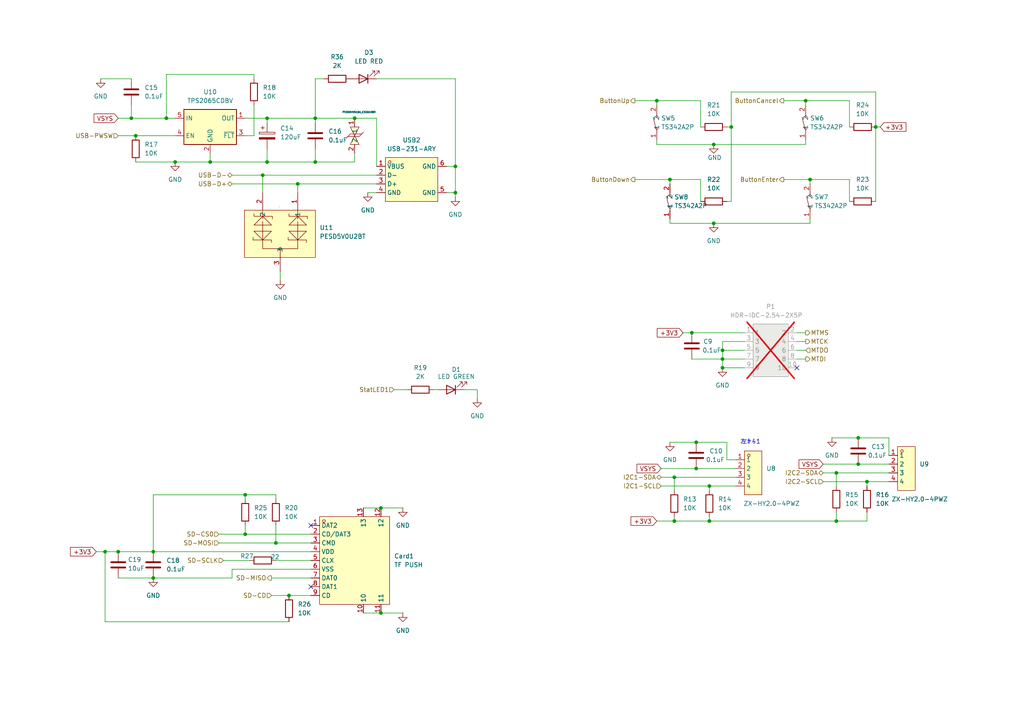
<source format=kicad_sch>
(kicad_sch
	(version 20250114)
	(generator "eeschema")
	(generator_version "9.0")
	(uuid "d4162d2f-cc98-469f-b18f-685ef0cb05fc")
	(paper "A4")
	(lib_symbols
		(symbol "Device:C"
			(pin_numbers
				(hide yes)
			)
			(pin_names
				(offset 0.254)
			)
			(exclude_from_sim no)
			(in_bom yes)
			(on_board yes)
			(property "Reference" "C"
				(at 0.635 2.54 0)
				(effects
					(font
						(size 1.27 1.27)
					)
					(justify left)
				)
			)
			(property "Value" "C"
				(at 0.635 -2.54 0)
				(effects
					(font
						(size 1.27 1.27)
					)
					(justify left)
				)
			)
			(property "Footprint" ""
				(at 0.9652 -3.81 0)
				(effects
					(font
						(size 1.27 1.27)
					)
					(hide yes)
				)
			)
			(property "Datasheet" "~"
				(at 0 0 0)
				(effects
					(font
						(size 1.27 1.27)
					)
					(hide yes)
				)
			)
			(property "Description" "Unpolarized capacitor"
				(at 0 0 0)
				(effects
					(font
						(size 1.27 1.27)
					)
					(hide yes)
				)
			)
			(property "ki_keywords" "cap capacitor"
				(at 0 0 0)
				(effects
					(font
						(size 1.27 1.27)
					)
					(hide yes)
				)
			)
			(property "ki_fp_filters" "C_*"
				(at 0 0 0)
				(effects
					(font
						(size 1.27 1.27)
					)
					(hide yes)
				)
			)
			(symbol "C_0_1"
				(polyline
					(pts
						(xy -2.032 0.762) (xy 2.032 0.762)
					)
					(stroke
						(width 0.508)
						(type default)
					)
					(fill
						(type none)
					)
				)
				(polyline
					(pts
						(xy -2.032 -0.762) (xy 2.032 -0.762)
					)
					(stroke
						(width 0.508)
						(type default)
					)
					(fill
						(type none)
					)
				)
			)
			(symbol "C_1_1"
				(pin passive line
					(at 0 3.81 270)
					(length 2.794)
					(name "~"
						(effects
							(font
								(size 1.27 1.27)
							)
						)
					)
					(number "1"
						(effects
							(font
								(size 1.27 1.27)
							)
						)
					)
				)
				(pin passive line
					(at 0 -3.81 90)
					(length 2.794)
					(name "~"
						(effects
							(font
								(size 1.27 1.27)
							)
						)
					)
					(number "2"
						(effects
							(font
								(size 1.27 1.27)
							)
						)
					)
				)
			)
			(embedded_fonts no)
		)
		(symbol "Device:C_Polarized"
			(pin_numbers
				(hide yes)
			)
			(pin_names
				(offset 0.254)
			)
			(exclude_from_sim no)
			(in_bom yes)
			(on_board yes)
			(property "Reference" "C"
				(at 0.635 2.54 0)
				(effects
					(font
						(size 1.27 1.27)
					)
					(justify left)
				)
			)
			(property "Value" "C_Polarized"
				(at 0.635 -2.54 0)
				(effects
					(font
						(size 1.27 1.27)
					)
					(justify left)
				)
			)
			(property "Footprint" ""
				(at 0.9652 -3.81 0)
				(effects
					(font
						(size 1.27 1.27)
					)
					(hide yes)
				)
			)
			(property "Datasheet" "~"
				(at 0 0 0)
				(effects
					(font
						(size 1.27 1.27)
					)
					(hide yes)
				)
			)
			(property "Description" "Polarized capacitor"
				(at 0 0 0)
				(effects
					(font
						(size 1.27 1.27)
					)
					(hide yes)
				)
			)
			(property "ki_keywords" "cap capacitor"
				(at 0 0 0)
				(effects
					(font
						(size 1.27 1.27)
					)
					(hide yes)
				)
			)
			(property "ki_fp_filters" "CP_*"
				(at 0 0 0)
				(effects
					(font
						(size 1.27 1.27)
					)
					(hide yes)
				)
			)
			(symbol "C_Polarized_0_1"
				(rectangle
					(start -2.286 0.508)
					(end 2.286 1.016)
					(stroke
						(width 0)
						(type default)
					)
					(fill
						(type none)
					)
				)
				(polyline
					(pts
						(xy -1.778 2.286) (xy -0.762 2.286)
					)
					(stroke
						(width 0)
						(type default)
					)
					(fill
						(type none)
					)
				)
				(polyline
					(pts
						(xy -1.27 2.794) (xy -1.27 1.778)
					)
					(stroke
						(width 0)
						(type default)
					)
					(fill
						(type none)
					)
				)
				(rectangle
					(start 2.286 -0.508)
					(end -2.286 -1.016)
					(stroke
						(width 0)
						(type default)
					)
					(fill
						(type outline)
					)
				)
			)
			(symbol "C_Polarized_1_1"
				(pin passive line
					(at 0 3.81 270)
					(length 2.794)
					(name "~"
						(effects
							(font
								(size 1.27 1.27)
							)
						)
					)
					(number "1"
						(effects
							(font
								(size 1.27 1.27)
							)
						)
					)
				)
				(pin passive line
					(at 0 -3.81 90)
					(length 2.794)
					(name "~"
						(effects
							(font
								(size 1.27 1.27)
							)
						)
					)
					(number "2"
						(effects
							(font
								(size 1.27 1.27)
							)
						)
					)
				)
			)
			(embedded_fonts no)
		)
		(symbol "Device:LED"
			(pin_numbers
				(hide yes)
			)
			(pin_names
				(offset 1.016)
				(hide yes)
			)
			(exclude_from_sim no)
			(in_bom yes)
			(on_board yes)
			(property "Reference" "D"
				(at 0 2.54 0)
				(effects
					(font
						(size 1.27 1.27)
					)
				)
			)
			(property "Value" "LED"
				(at 0 -2.54 0)
				(effects
					(font
						(size 1.27 1.27)
					)
				)
			)
			(property "Footprint" ""
				(at 0 0 0)
				(effects
					(font
						(size 1.27 1.27)
					)
					(hide yes)
				)
			)
			(property "Datasheet" "~"
				(at 0 0 0)
				(effects
					(font
						(size 1.27 1.27)
					)
					(hide yes)
				)
			)
			(property "Description" "Light emitting diode"
				(at 0 0 0)
				(effects
					(font
						(size 1.27 1.27)
					)
					(hide yes)
				)
			)
			(property "Sim.Pins" "1=K 2=A"
				(at 0 0 0)
				(effects
					(font
						(size 1.27 1.27)
					)
					(hide yes)
				)
			)
			(property "ki_keywords" "LED diode"
				(at 0 0 0)
				(effects
					(font
						(size 1.27 1.27)
					)
					(hide yes)
				)
			)
			(property "ki_fp_filters" "LED* LED_SMD:* LED_THT:*"
				(at 0 0 0)
				(effects
					(font
						(size 1.27 1.27)
					)
					(hide yes)
				)
			)
			(symbol "LED_0_1"
				(polyline
					(pts
						(xy -3.048 -0.762) (xy -4.572 -2.286) (xy -3.81 -2.286) (xy -4.572 -2.286) (xy -4.572 -1.524)
					)
					(stroke
						(width 0)
						(type default)
					)
					(fill
						(type none)
					)
				)
				(polyline
					(pts
						(xy -1.778 -0.762) (xy -3.302 -2.286) (xy -2.54 -2.286) (xy -3.302 -2.286) (xy -3.302 -1.524)
					)
					(stroke
						(width 0)
						(type default)
					)
					(fill
						(type none)
					)
				)
				(polyline
					(pts
						(xy -1.27 0) (xy 1.27 0)
					)
					(stroke
						(width 0)
						(type default)
					)
					(fill
						(type none)
					)
				)
				(polyline
					(pts
						(xy -1.27 -1.27) (xy -1.27 1.27)
					)
					(stroke
						(width 0.254)
						(type default)
					)
					(fill
						(type none)
					)
				)
				(polyline
					(pts
						(xy 1.27 -1.27) (xy 1.27 1.27) (xy -1.27 0) (xy 1.27 -1.27)
					)
					(stroke
						(width 0.254)
						(type default)
					)
					(fill
						(type none)
					)
				)
			)
			(symbol "LED_1_1"
				(pin passive line
					(at -3.81 0 0)
					(length 2.54)
					(name "K"
						(effects
							(font
								(size 1.27 1.27)
							)
						)
					)
					(number "1"
						(effects
							(font
								(size 1.27 1.27)
							)
						)
					)
				)
				(pin passive line
					(at 3.81 0 180)
					(length 2.54)
					(name "A"
						(effects
							(font
								(size 1.27 1.27)
							)
						)
					)
					(number "2"
						(effects
							(font
								(size 1.27 1.27)
							)
						)
					)
				)
			)
			(embedded_fonts no)
		)
		(symbol "Device:R"
			(pin_numbers
				(hide yes)
			)
			(pin_names
				(offset 0)
			)
			(exclude_from_sim no)
			(in_bom yes)
			(on_board yes)
			(property "Reference" "R"
				(at 2.032 0 90)
				(effects
					(font
						(size 1.27 1.27)
					)
				)
			)
			(property "Value" "R"
				(at 0 0 90)
				(effects
					(font
						(size 1.27 1.27)
					)
				)
			)
			(property "Footprint" ""
				(at -1.778 0 90)
				(effects
					(font
						(size 1.27 1.27)
					)
					(hide yes)
				)
			)
			(property "Datasheet" "~"
				(at 0 0 0)
				(effects
					(font
						(size 1.27 1.27)
					)
					(hide yes)
				)
			)
			(property "Description" "Resistor"
				(at 0 0 0)
				(effects
					(font
						(size 1.27 1.27)
					)
					(hide yes)
				)
			)
			(property "ki_keywords" "R res resistor"
				(at 0 0 0)
				(effects
					(font
						(size 1.27 1.27)
					)
					(hide yes)
				)
			)
			(property "ki_fp_filters" "R_*"
				(at 0 0 0)
				(effects
					(font
						(size 1.27 1.27)
					)
					(hide yes)
				)
			)
			(symbol "R_0_1"
				(rectangle
					(start -1.016 -2.54)
					(end 1.016 2.54)
					(stroke
						(width 0.254)
						(type default)
					)
					(fill
						(type none)
					)
				)
			)
			(symbol "R_1_1"
				(pin passive line
					(at 0 3.81 270)
					(length 1.27)
					(name "~"
						(effects
							(font
								(size 1.27 1.27)
							)
						)
					)
					(number "1"
						(effects
							(font
								(size 1.27 1.27)
							)
						)
					)
				)
				(pin passive line
					(at 0 -3.81 90)
					(length 1.27)
					(name "~"
						(effects
							(font
								(size 1.27 1.27)
							)
						)
					)
					(number "2"
						(effects
							(font
								(size 1.27 1.27)
							)
						)
					)
				)
			)
			(embedded_fonts no)
		)
		(symbol "Power_Management:TPS2065CDBV"
			(exclude_from_sim no)
			(in_bom yes)
			(on_board yes)
			(property "Reference" "U"
				(at -7.62 -6.35 0)
				(effects
					(font
						(size 1.27 1.27)
					)
					(justify left)
				)
			)
			(property "Value" "TPS2065CDBV"
				(at -7.62 6.35 0)
				(effects
					(font
						(size 1.27 1.27)
					)
					(justify left)
				)
			)
			(property "Footprint" "Package_TO_SOT_SMD:SOT-23-5"
				(at 1.27 -7.62 0)
				(effects
					(font
						(size 1.27 1.27)
					)
					(justify left)
					(hide yes)
				)
			)
			(property "Datasheet" "https://www.ti.com/lit/ds/symlink/tps2051c.pdf"
				(at 1.27 -10.16 0)
				(effects
					(font
						(size 1.27 1.27)
					)
					(justify left)
					(hide yes)
				)
			)
			(property "Description" "1A Current limited power switch, single channel, output discharge, reverse blocking, SOT-23-5"
				(at 0 0 0)
				(effects
					(font
						(size 1.27 1.27)
					)
					(hide yes)
				)
			)
			(property "ki_keywords" "Limit USB Active High"
				(at 0 0 0)
				(effects
					(font
						(size 1.27 1.27)
					)
					(hide yes)
				)
			)
			(property "ki_fp_filters" "SOT?23*"
				(at 0 0 0)
				(effects
					(font
						(size 1.27 1.27)
					)
					(hide yes)
				)
			)
			(symbol "TPS2065CDBV_0_1"
				(rectangle
					(start -7.62 5.08)
					(end 7.62 -5.08)
					(stroke
						(width 0.254)
						(type default)
					)
					(fill
						(type background)
					)
				)
			)
			(symbol "TPS2065CDBV_1_1"
				(pin power_in line
					(at -10.16 2.54 0)
					(length 2.54)
					(name "IN"
						(effects
							(font
								(size 1.27 1.27)
							)
						)
					)
					(number "5"
						(effects
							(font
								(size 1.27 1.27)
							)
						)
					)
				)
				(pin input line
					(at -10.16 -2.54 0)
					(length 2.54)
					(name "EN"
						(effects
							(font
								(size 1.27 1.27)
							)
						)
					)
					(number "4"
						(effects
							(font
								(size 1.27 1.27)
							)
						)
					)
				)
				(pin power_in line
					(at 0 -7.62 90)
					(length 2.54)
					(name "GND"
						(effects
							(font
								(size 1.27 1.27)
							)
						)
					)
					(number "2"
						(effects
							(font
								(size 1.27 1.27)
							)
						)
					)
				)
				(pin power_out line
					(at 10.16 2.54 180)
					(length 2.54)
					(name "OUT"
						(effects
							(font
								(size 1.27 1.27)
							)
						)
					)
					(number "1"
						(effects
							(font
								(size 1.27 1.27)
							)
						)
					)
				)
				(pin open_collector line
					(at 10.16 -2.54 180)
					(length 2.54)
					(name "~{FLT}"
						(effects
							(font
								(size 1.27 1.27)
							)
						)
					)
					(number "3"
						(effects
							(font
								(size 1.27 1.27)
							)
						)
					)
				)
			)
			(embedded_fonts no)
		)
		(symbol "easyeda2kicad:HDR-IDC-2.54-2X5P"
			(exclude_from_sim no)
			(in_bom yes)
			(on_board yes)
			(property "Reference" "P"
				(at 0 10.16 0)
				(effects
					(font
						(size 1.27 1.27)
					)
				)
			)
			(property "Value" "HDR-IDC-2.54-2X5P"
				(at 0 -10.16 0)
				(effects
					(font
						(size 1.27 1.27)
					)
				)
			)
			(property "Footprint" "easyeda2kicad:IDC-TH_10P-P2.54_C5665"
				(at 0 -12.7 0)
				(effects
					(font
						(size 1.27 1.27)
					)
					(hide yes)
				)
			)
			(property "Datasheet" "https://lcsc.com/product-detail/Header-Connectors_2-54mm-2-5P-Straight-IDC-Box_C5665.html"
				(at 0 -15.24 0)
				(effects
					(font
						(size 1.27 1.27)
					)
					(hide yes)
				)
			)
			(property "Description" ""
				(at 0 0 0)
				(effects
					(font
						(size 1.27 1.27)
					)
					(hide yes)
				)
			)
			(property "LCSC Part" "C5665"
				(at 0 -17.78 0)
				(effects
					(font
						(size 1.27 1.27)
					)
					(hide yes)
				)
			)
			(symbol "HDR-IDC-2.54-2X5P_0_1"
				(rectangle
					(start -5.08 7.62)
					(end 5.08 -7.62)
					(stroke
						(width 0)
						(type default)
					)
					(fill
						(type background)
					)
				)
				(pin unspecified line
					(at -7.62 5.08 0)
					(length 2.54)
					(name "1"
						(effects
							(font
								(size 1.27 1.27)
							)
						)
					)
					(number "1"
						(effects
							(font
								(size 1.27 1.27)
							)
						)
					)
				)
				(pin unspecified line
					(at -7.62 2.54 0)
					(length 2.54)
					(name "3"
						(effects
							(font
								(size 1.27 1.27)
							)
						)
					)
					(number "3"
						(effects
							(font
								(size 1.27 1.27)
							)
						)
					)
				)
				(pin unspecified line
					(at -7.62 0 0)
					(length 2.54)
					(name "5"
						(effects
							(font
								(size 1.27 1.27)
							)
						)
					)
					(number "5"
						(effects
							(font
								(size 1.27 1.27)
							)
						)
					)
				)
				(pin unspecified line
					(at -7.62 -2.54 0)
					(length 2.54)
					(name "7"
						(effects
							(font
								(size 1.27 1.27)
							)
						)
					)
					(number "7"
						(effects
							(font
								(size 1.27 1.27)
							)
						)
					)
				)
				(pin unspecified line
					(at -7.62 -5.08 0)
					(length 2.54)
					(name "9"
						(effects
							(font
								(size 1.27 1.27)
							)
						)
					)
					(number "9"
						(effects
							(font
								(size 1.27 1.27)
							)
						)
					)
				)
				(pin unspecified line
					(at 7.62 5.08 180)
					(length 2.54)
					(name "2"
						(effects
							(font
								(size 1.27 1.27)
							)
						)
					)
					(number "2"
						(effects
							(font
								(size 1.27 1.27)
							)
						)
					)
				)
				(pin unspecified line
					(at 7.62 2.54 180)
					(length 2.54)
					(name "4"
						(effects
							(font
								(size 1.27 1.27)
							)
						)
					)
					(number "4"
						(effects
							(font
								(size 1.27 1.27)
							)
						)
					)
				)
				(pin unspecified line
					(at 7.62 0 180)
					(length 2.54)
					(name "6"
						(effects
							(font
								(size 1.27 1.27)
							)
						)
					)
					(number "6"
						(effects
							(font
								(size 1.27 1.27)
							)
						)
					)
				)
				(pin unspecified line
					(at 7.62 -2.54 180)
					(length 2.54)
					(name "8"
						(effects
							(font
								(size 1.27 1.27)
							)
						)
					)
					(number "8"
						(effects
							(font
								(size 1.27 1.27)
							)
						)
					)
				)
				(pin unspecified line
					(at 7.62 -5.08 180)
					(length 2.54)
					(name "10"
						(effects
							(font
								(size 1.27 1.27)
							)
						)
					)
					(number "10"
						(effects
							(font
								(size 1.27 1.27)
							)
						)
					)
				)
			)
			(embedded_fonts no)
		)
		(symbol "easyeda2kicad:PESD5V0S1BA_C5261083"
			(exclude_from_sim no)
			(in_bom yes)
			(on_board yes)
			(property "Reference" "U"
				(at 0 5.08 0)
				(effects
					(font
						(size 1.27 1.27)
					)
				)
			)
			(property "Value" "PESD5V0S1BA_C5261083"
				(at 0 -5.08 0)
				(effects
					(font
						(size 1.27 1.27)
					)
				)
			)
			(property "Footprint" "easyeda2kicad:SOD-323_L1.7-W1.3-LS2.5-BI"
				(at 0 -7.62 0)
				(effects
					(font
						(size 1.27 1.27)
					)
					(hide yes)
				)
			)
			(property "Datasheet" ""
				(at 0 0 0)
				(effects
					(font
						(size 1.27 1.27)
					)
					(hide yes)
				)
			)
			(property "Description" ""
				(at 0 0 0)
				(effects
					(font
						(size 1.27 1.27)
					)
					(hide yes)
				)
			)
			(property "LCSC Part" "C5261083"
				(at 0 -10.16 0)
				(effects
					(font
						(size 1.27 1.27)
					)
					(hide yes)
				)
			)
			(symbol "PESD5V0S1BA_C5261083_0_1"
				(polyline
					(pts
						(xy -2.54 1.27) (xy 0 0) (xy -2.54 -1.27) (xy -2.54 1.27)
					)
					(stroke
						(width 0)
						(type default)
					)
					(fill
						(type background)
					)
				)
				(polyline
					(pts
						(xy -0.51 -1.27) (xy 0.25 -2.03) (xy -0.25 -1.52) (xy -0.51 -1.27) (xy -0.51 2.03) (xy -0.76 2.29)
						(xy -1.02 2.54)
					)
					(stroke
						(width 0)
						(type default)
					)
					(fill
						(type none)
					)
				)
				(polyline
					(pts
						(xy 0.76 -2.54) (xy 0.51 -2.29) (xy 0.25 -2.03) (xy 0.25 1.27) (xy 0.25 1.27) (xy 0 1.52) (xy -0.51 2.03)
					)
					(stroke
						(width 0)
						(type default)
					)
					(fill
						(type none)
					)
				)
				(polyline
					(pts
						(xy 2.54 1.27) (xy 0 0) (xy 2.54 -1.27) (xy 2.54 1.27)
					)
					(stroke
						(width 0)
						(type default)
					)
					(fill
						(type background)
					)
				)
				(pin unspecified line
					(at -5.08 0 0)
					(length 2.54)
					(name "1"
						(effects
							(font
								(size 1.27 1.27)
							)
						)
					)
					(number "1"
						(effects
							(font
								(size 1.27 1.27)
							)
						)
					)
				)
				(pin unspecified line
					(at 5.08 0 180)
					(length 2.54)
					(name "2"
						(effects
							(font
								(size 1.27 1.27)
							)
						)
					)
					(number "2"
						(effects
							(font
								(size 1.27 1.27)
							)
						)
					)
				)
			)
			(embedded_fonts no)
		)
		(symbol "easyeda2kicad:PESD5V0U2BT"
			(exclude_from_sim no)
			(in_bom yes)
			(on_board yes)
			(property "Reference" "U"
				(at 0 17.78 0)
				(effects
					(font
						(size 1.27 1.27)
					)
				)
			)
			(property "Value" "PESD5V0U2BT"
				(at 0 -15.24 0)
				(effects
					(font
						(size 1.27 1.27)
					)
				)
			)
			(property "Footprint" "easyeda2kicad:SOT-23-3_L2.9-W1.3-P1.90-LS2.4-BR"
				(at 0 -17.78 0)
				(effects
					(font
						(size 1.27 1.27)
					)
					(hide yes)
				)
			)
			(property "Datasheet" ""
				(at 0 0 0)
				(effects
					(font
						(size 1.27 1.27)
					)
					(hide yes)
				)
			)
			(property "Description" ""
				(at 0 0 0)
				(effects
					(font
						(size 1.27 1.27)
					)
					(hide yes)
				)
			)
			(property "LCSC Part" "C2905622"
				(at 0 -20.32 0)
				(effects
					(font
						(size 1.27 1.27)
					)
					(hide yes)
				)
			)
			(symbol "PESD5V0U2BT_0_1"
				(rectangle
					(start -10.16 8.64)
					(end 10.41 -5.08)
					(stroke
						(width 0)
						(type default)
					)
					(fill
						(type background)
					)
				)
				(polyline
					(pts
						(xy -7.87 -3.3) (xy -7.87 -2.54)
					)
					(stroke
						(width 0)
						(type default)
					)
					(fill
						(type none)
					)
				)
				(polyline
					(pts
						(xy -7.62 4.32) (xy -7.62 3.56) (xy -5.08 3.56) (xy -2.29 3.56)
					)
					(stroke
						(width 0)
						(type default)
					)
					(fill
						(type none)
					)
				)
				(polyline
					(pts
						(xy -7.62 -0.76) (xy -5.08 -3.3) (xy -2.54 -0.76) (xy -7.62 -0.76)
					)
					(stroke
						(width 0)
						(type default)
					)
					(fill
						(type background)
					)
				)
				(polyline
					(pts
						(xy -5.08 -1.78) (xy -5.08 6.1) (xy 5.08 6.1)
					)
					(stroke
						(width 0)
						(type default)
					)
					(fill
						(type none)
					)
				)
				(polyline
					(pts
						(xy -5.08 -2.54) (xy -5.08 -5.08)
					)
					(stroke
						(width 0)
						(type default)
					)
					(fill
						(type none)
					)
				)
				(polyline
					(pts
						(xy -2.54 1.02) (xy -5.08 3.56) (xy -7.62 1.02) (xy -2.54 1.02)
					)
					(stroke
						(width 0)
						(type default)
					)
					(fill
						(type background)
					)
				)
				(polyline
					(pts
						(xy -2.54 -4.06) (xy -2.54 -3.3) (xy -7.87 -3.3)
					)
					(stroke
						(width 0)
						(type default)
					)
					(fill
						(type none)
					)
				)
				(polyline
					(pts
						(xy -2.29 3.56) (xy -2.29 2.79)
					)
					(stroke
						(width 0)
						(type default)
					)
					(fill
						(type none)
					)
				)
				(polyline
					(pts
						(xy 0 8.64) (xy 0 6.1)
					)
					(stroke
						(width 0)
						(type default)
					)
					(fill
						(type none)
					)
				)
				(circle
					(center 0 6.1)
					(radius 0.38)
					(stroke
						(width 0)
						(type default)
					)
					(fill
						(type none)
					)
				)
				(arc
					(start 0.25 -6.1)
					(mid 0.25 -6.1)
					(end 0.25 -6.1)
					(stroke
						(width 0)
						(type default)
					)
					(fill
						(type none)
					)
				)
				(polyline
					(pts
						(xy 2.29 -3.3) (xy 2.29 -2.54)
					)
					(stroke
						(width 0)
						(type default)
					)
					(fill
						(type none)
					)
				)
				(polyline
					(pts
						(xy 2.54 4.32) (xy 2.54 3.56) (xy 7.87 3.56)
					)
					(stroke
						(width 0)
						(type default)
					)
					(fill
						(type none)
					)
				)
				(polyline
					(pts
						(xy 2.54 -0.76) (xy 5.08 -3.3) (xy 7.62 -0.76) (xy 2.54 -0.76)
					)
					(stroke
						(width 0)
						(type default)
					)
					(fill
						(type background)
					)
				)
				(polyline
					(pts
						(xy 5.08 6.1) (xy 5.08 -1.78)
					)
					(stroke
						(width 0)
						(type default)
					)
					(fill
						(type none)
					)
				)
				(polyline
					(pts
						(xy 5.08 -2.54) (xy 5.08 -4.83)
					)
					(stroke
						(width 0)
						(type default)
					)
					(fill
						(type none)
					)
				)
				(polyline
					(pts
						(xy 7.62 1.02) (xy 5.08 3.56) (xy 2.54 1.02) (xy 7.62 1.02)
					)
					(stroke
						(width 0)
						(type default)
					)
					(fill
						(type background)
					)
				)
				(polyline
					(pts
						(xy 7.62 -4.06) (xy 7.62 -3.3) (xy 2.29 -3.3)
					)
					(stroke
						(width 0)
						(type default)
					)
					(fill
						(type none)
					)
				)
				(polyline
					(pts
						(xy 7.87 3.56) (xy 7.87 2.79)
					)
					(stroke
						(width 0)
						(type default)
					)
					(fill
						(type none)
					)
				)
				(pin passive line
					(at -5.08 -10.16 90)
					(length 5.08)
					(name "1"
						(effects
							(font
								(size 1.27 1.27)
							)
						)
					)
					(number "1"
						(effects
							(font
								(size 1.27 1.27)
							)
						)
					)
				)
				(pin input line
					(at 0 12.7 270)
					(length 5.08)
					(name "3"
						(effects
							(font
								(size 1.27 1.27)
							)
						)
					)
					(number "3"
						(effects
							(font
								(size 1.27 1.27)
							)
						)
					)
				)
				(pin passive line
					(at 5.08 -10.16 90)
					(length 5.08)
					(name "2"
						(effects
							(font
								(size 1.27 1.27)
							)
						)
					)
					(number "2"
						(effects
							(font
								(size 1.27 1.27)
							)
						)
					)
				)
			)
			(embedded_fonts no)
		)
		(symbol "easyeda2kicad:TFPUSH"
			(exclude_from_sim no)
			(in_bom yes)
			(on_board yes)
			(property "Reference" "Card"
				(at 0 20.32 0)
				(effects
					(font
						(size 1.27 1.27)
					)
				)
			)
			(property "Value" "TF PUSH"
				(at 0 -20.32 0)
				(effects
					(font
						(size 1.27 1.27)
					)
				)
			)
			(property "Footprint" "easyeda2kicad:TF-SMD_TF-PUSH"
				(at 0 -22.86 0)
				(effects
					(font
						(size 1.27 1.27)
					)
					(hide yes)
				)
			)
			(property "Datasheet" "https://lcsc.com/product-detail/Connector-Card-Sockets_SHOU-HAN-SHOU-HAN-TFDeck-TF-Deck_C393941.html"
				(at 0 -25.4 0)
				(effects
					(font
						(size 1.27 1.27)
					)
					(hide yes)
				)
			)
			(property "Description" ""
				(at 0 0 0)
				(effects
					(font
						(size 1.27 1.27)
					)
					(hide yes)
				)
			)
			(property "LCSC Part" "C393941"
				(at 0 -27.94 0)
				(effects
					(font
						(size 1.27 1.27)
					)
					(hide yes)
				)
			)
			(symbol "TFPUSH_0_1"
				(rectangle
					(start -7.62 12.7)
					(end 12.7 -12.7)
					(stroke
						(width 0)
						(type default)
					)
					(fill
						(type background)
					)
				)
				(circle
					(center -6.35 11.43)
					(radius 0.38)
					(stroke
						(width 0)
						(type default)
					)
					(fill
						(type none)
					)
				)
				(pin unspecified line
					(at -10.16 10.16 0)
					(length 2.54)
					(name "DAT2"
						(effects
							(font
								(size 1.27 1.27)
							)
						)
					)
					(number "1"
						(effects
							(font
								(size 1.27 1.27)
							)
						)
					)
				)
				(pin unspecified line
					(at -10.16 7.62 0)
					(length 2.54)
					(name "CD/DAT3"
						(effects
							(font
								(size 1.27 1.27)
							)
						)
					)
					(number "2"
						(effects
							(font
								(size 1.27 1.27)
							)
						)
					)
				)
				(pin unspecified line
					(at -10.16 5.08 0)
					(length 2.54)
					(name "CMD"
						(effects
							(font
								(size 1.27 1.27)
							)
						)
					)
					(number "3"
						(effects
							(font
								(size 1.27 1.27)
							)
						)
					)
				)
				(pin unspecified line
					(at -10.16 2.54 0)
					(length 2.54)
					(name "VDD"
						(effects
							(font
								(size 1.27 1.27)
							)
						)
					)
					(number "4"
						(effects
							(font
								(size 1.27 1.27)
							)
						)
					)
				)
				(pin unspecified line
					(at -10.16 0 0)
					(length 2.54)
					(name "CLX"
						(effects
							(font
								(size 1.27 1.27)
							)
						)
					)
					(number "5"
						(effects
							(font
								(size 1.27 1.27)
							)
						)
					)
				)
				(pin unspecified line
					(at -10.16 -2.54 0)
					(length 2.54)
					(name "VSS"
						(effects
							(font
								(size 1.27 1.27)
							)
						)
					)
					(number "6"
						(effects
							(font
								(size 1.27 1.27)
							)
						)
					)
				)
				(pin unspecified line
					(at -10.16 -5.08 0)
					(length 2.54)
					(name "DAT0"
						(effects
							(font
								(size 1.27 1.27)
							)
						)
					)
					(number "7"
						(effects
							(font
								(size 1.27 1.27)
							)
						)
					)
				)
				(pin unspecified line
					(at -10.16 -7.62 0)
					(length 2.54)
					(name "DAT1"
						(effects
							(font
								(size 1.27 1.27)
							)
						)
					)
					(number "8"
						(effects
							(font
								(size 1.27 1.27)
							)
						)
					)
				)
				(pin unspecified line
					(at -10.16 -10.16 0)
					(length 2.54)
					(name "CD"
						(effects
							(font
								(size 1.27 1.27)
							)
						)
					)
					(number "9"
						(effects
							(font
								(size 1.27 1.27)
							)
						)
					)
				)
				(pin unspecified line
					(at 5.08 15.24 270)
					(length 2.54)
					(name "13"
						(effects
							(font
								(size 1.27 1.27)
							)
						)
					)
					(number "13"
						(effects
							(font
								(size 1.27 1.27)
							)
						)
					)
				)
				(pin unspecified line
					(at 5.08 -15.24 90)
					(length 2.54)
					(name "10"
						(effects
							(font
								(size 1.27 1.27)
							)
						)
					)
					(number "10"
						(effects
							(font
								(size 1.27 1.27)
							)
						)
					)
				)
				(pin unspecified line
					(at 10.16 15.24 270)
					(length 2.54)
					(name "12"
						(effects
							(font
								(size 1.27 1.27)
							)
						)
					)
					(number "12"
						(effects
							(font
								(size 1.27 1.27)
							)
						)
					)
				)
				(pin unspecified line
					(at 10.16 -15.24 90)
					(length 2.54)
					(name "11"
						(effects
							(font
								(size 1.27 1.27)
							)
						)
					)
					(number "11"
						(effects
							(font
								(size 1.27 1.27)
							)
						)
					)
				)
			)
			(embedded_fonts no)
		)
		(symbol "easyeda2kicad:TS342A2P160GF021"
			(exclude_from_sim no)
			(in_bom yes)
			(on_board yes)
			(property "Reference" "SW"
				(at 0 5.08 0)
				(effects
					(font
						(size 1.27 1.27)
					)
				)
			)
			(property "Value" "TS342A2P 160GF 021"
				(at 0 -5.08 0)
				(effects
					(font
						(size 1.27 1.27)
					)
				)
			)
			(property "Footprint" "easyeda2kicad:KEY-SMD_L3.9-W3.0-LS5.0"
				(at 0 -7.62 0)
				(effects
					(font
						(size 1.27 1.27)
					)
					(hide yes)
				)
			)
			(property "Datasheet" ""
				(at 0 0 0)
				(effects
					(font
						(size 1.27 1.27)
					)
					(hide yes)
				)
			)
			(property "Description" ""
				(at 0 0 0)
				(effects
					(font
						(size 1.27 1.27)
					)
					(hide yes)
				)
			)
			(property "LCSC Part" "C5373431"
				(at 0 -10.16 0)
				(effects
					(font
						(size 1.27 1.27)
					)
					(hide yes)
				)
			)
			(symbol "TS342A2P160GF021_0_1"
				(polyline
					(pts
						(xy -2.03 0) (xy -2.54 0)
					)
					(stroke
						(width 0)
						(type default)
					)
					(fill
						(type none)
					)
				)
				(circle
					(center -1.78 0)
					(radius 0.25)
					(stroke
						(width 0)
						(type default)
					)
					(fill
						(type none)
					)
				)
				(polyline
					(pts
						(xy 1.52 1.02) (xy -1.78 0.25)
					)
					(stroke
						(width 0)
						(type default)
					)
					(fill
						(type none)
					)
				)
				(circle
					(center 1.78 0)
					(radius 0.25)
					(stroke
						(width 0)
						(type default)
					)
					(fill
						(type none)
					)
				)
				(polyline
					(pts
						(xy 2.54 0) (xy 2.03 0)
					)
					(stroke
						(width 0)
						(type default)
					)
					(fill
						(type none)
					)
				)
				(pin unspecified line
					(at -5.08 0 0)
					(length 2.54)
					(name "1"
						(effects
							(font
								(size 1.27 1.27)
							)
						)
					)
					(number "1"
						(effects
							(font
								(size 1.27 1.27)
							)
						)
					)
				)
				(pin unspecified line
					(at 5.08 0 180)
					(length 2.54)
					(name "2"
						(effects
							(font
								(size 1.27 1.27)
							)
						)
					)
					(number "2"
						(effects
							(font
								(size 1.27 1.27)
							)
						)
					)
				)
			)
			(embedded_fonts no)
		)
		(symbol "easyeda2kicad:USB-231-ARY"
			(exclude_from_sim no)
			(in_bom yes)
			(on_board yes)
			(property "Reference" "USB"
				(at 0 10.16 0)
				(effects
					(font
						(size 1.27 1.27)
					)
				)
			)
			(property "Value" "USB-231-ARY"
				(at 0 -7.62 0)
				(effects
					(font
						(size 1.27 1.27)
					)
				)
			)
			(property "Footprint" "easyeda2kicad:USB-A-TH_USB-231-ARY"
				(at 0 -10.16 0)
				(effects
					(font
						(size 1.27 1.27)
					)
					(hide yes)
				)
			)
			(property "Datasheet" "https://lcsc.com/product-detail/USB-Connectors_XUNPU-USB-231-ARY_C720525.html"
				(at 0 -12.7 0)
				(effects
					(font
						(size 1.27 1.27)
					)
					(hide yes)
				)
			)
			(property "Description" ""
				(at 0 0 0)
				(effects
					(font
						(size 1.27 1.27)
					)
					(hide yes)
				)
			)
			(property "LCSC Part" "C720525"
				(at 0 -15.24 0)
				(effects
					(font
						(size 1.27 1.27)
					)
					(hide yes)
				)
			)
			(symbol "USB-231-ARY_0_1"
				(rectangle
					(start -7.62 7.62)
					(end 7.62 -5.08)
					(stroke
						(width 0)
						(type default)
					)
					(fill
						(type background)
					)
				)
				(circle
					(center -6.35 6.35)
					(radius 0.38)
					(stroke
						(width 0)
						(type default)
					)
					(fill
						(type none)
					)
				)
				(pin unspecified line
					(at -10.16 5.08 0)
					(length 2.54)
					(name "VBUS"
						(effects
							(font
								(size 1.27 1.27)
							)
						)
					)
					(number "1"
						(effects
							(font
								(size 1.27 1.27)
							)
						)
					)
				)
				(pin unspecified line
					(at -10.16 2.54 0)
					(length 2.54)
					(name "D-"
						(effects
							(font
								(size 1.27 1.27)
							)
						)
					)
					(number "2"
						(effects
							(font
								(size 1.27 1.27)
							)
						)
					)
				)
				(pin unspecified line
					(at -10.16 0 0)
					(length 2.54)
					(name "D+"
						(effects
							(font
								(size 1.27 1.27)
							)
						)
					)
					(number "3"
						(effects
							(font
								(size 1.27 1.27)
							)
						)
					)
				)
				(pin unspecified line
					(at -10.16 -2.54 0)
					(length 2.54)
					(name "GND"
						(effects
							(font
								(size 1.27 1.27)
							)
						)
					)
					(number "4"
						(effects
							(font
								(size 1.27 1.27)
							)
						)
					)
				)
				(pin unspecified line
					(at 10.16 5.08 180)
					(length 2.54)
					(name "GND"
						(effects
							(font
								(size 1.27 1.27)
							)
						)
					)
					(number "6"
						(effects
							(font
								(size 1.27 1.27)
							)
						)
					)
				)
				(pin unspecified line
					(at 10.16 -2.54 180)
					(length 2.54)
					(name "GND"
						(effects
							(font
								(size 1.27 1.27)
							)
						)
					)
					(number "5"
						(effects
							(font
								(size 1.27 1.27)
							)
						)
					)
				)
			)
			(embedded_fonts no)
		)
		(symbol "easyeda2kicad:ZX-HY2.0-4PWZ"
			(exclude_from_sim no)
			(in_bom yes)
			(on_board yes)
			(property "Reference" "U"
				(at 0 8.89 0)
				(effects
					(font
						(size 1.27 1.27)
					)
				)
			)
			(property "Value" "ZX-HY2.0-4PWZ"
				(at 0 -8.89 0)
				(effects
					(font
						(size 1.27 1.27)
					)
				)
			)
			(property "Footprint" "easyeda2kicad:CONN-TH_4P-P2.00_ZX-HY2.0-4PWZ"
				(at 0 -11.43 0)
				(effects
					(font
						(size 1.27 1.27)
					)
					(hide yes)
				)
			)
			(property "Datasheet" ""
				(at 0 0 0)
				(effects
					(font
						(size 1.27 1.27)
					)
					(hide yes)
				)
			)
			(property "Description" ""
				(at 0 0 0)
				(effects
					(font
						(size 1.27 1.27)
					)
					(hide yes)
				)
			)
			(property "LCSC Part" "C7429589"
				(at 0 -13.97 0)
				(effects
					(font
						(size 1.27 1.27)
					)
					(hide yes)
				)
			)
			(symbol "ZX-HY2.0-4PWZ_0_1"
				(rectangle
					(start -2.54 6.35)
					(end 2.54 -6.35)
					(stroke
						(width 0)
						(type default)
					)
					(fill
						(type background)
					)
				)
				(circle
					(center -1.27 5.08)
					(radius 0.38)
					(stroke
						(width 0)
						(type default)
					)
					(fill
						(type none)
					)
				)
				(pin unspecified line
					(at -5.08 3.81 0)
					(length 2.54)
					(name "1"
						(effects
							(font
								(size 1.27 1.27)
							)
						)
					)
					(number "1"
						(effects
							(font
								(size 1.27 1.27)
							)
						)
					)
				)
				(pin unspecified line
					(at -5.08 1.27 0)
					(length 2.54)
					(name "2"
						(effects
							(font
								(size 1.27 1.27)
							)
						)
					)
					(number "2"
						(effects
							(font
								(size 1.27 1.27)
							)
						)
					)
				)
				(pin unspecified line
					(at -5.08 -1.27 0)
					(length 2.54)
					(name "3"
						(effects
							(font
								(size 1.27 1.27)
							)
						)
					)
					(number "3"
						(effects
							(font
								(size 1.27 1.27)
							)
						)
					)
				)
				(pin unspecified line
					(at -5.08 -3.81 0)
					(length 2.54)
					(name "4"
						(effects
							(font
								(size 1.27 1.27)
							)
						)
					)
					(number "4"
						(effects
							(font
								(size 1.27 1.27)
							)
						)
					)
				)
			)
			(embedded_fonts no)
		)
		(symbol "power:GND"
			(power)
			(pin_numbers
				(hide yes)
			)
			(pin_names
				(offset 0)
				(hide yes)
			)
			(exclude_from_sim no)
			(in_bom yes)
			(on_board yes)
			(property "Reference" "#PWR"
				(at 0 -6.35 0)
				(effects
					(font
						(size 1.27 1.27)
					)
					(hide yes)
				)
			)
			(property "Value" "GND"
				(at 0 -3.81 0)
				(effects
					(font
						(size 1.27 1.27)
					)
				)
			)
			(property "Footprint" ""
				(at 0 0 0)
				(effects
					(font
						(size 1.27 1.27)
					)
					(hide yes)
				)
			)
			(property "Datasheet" ""
				(at 0 0 0)
				(effects
					(font
						(size 1.27 1.27)
					)
					(hide yes)
				)
			)
			(property "Description" "Power symbol creates a global label with name \"GND\" , ground"
				(at 0 0 0)
				(effects
					(font
						(size 1.27 1.27)
					)
					(hide yes)
				)
			)
			(property "ki_keywords" "global power"
				(at 0 0 0)
				(effects
					(font
						(size 1.27 1.27)
					)
					(hide yes)
				)
			)
			(symbol "GND_0_1"
				(polyline
					(pts
						(xy 0 0) (xy 0 -1.27) (xy 1.27 -1.27) (xy 0 -2.54) (xy -1.27 -1.27) (xy 0 -1.27)
					)
					(stroke
						(width 0)
						(type default)
					)
					(fill
						(type none)
					)
				)
			)
			(symbol "GND_1_1"
				(pin power_in line
					(at 0 0 270)
					(length 0)
					(name "~"
						(effects
							(font
								(size 1.27 1.27)
							)
						)
					)
					(number "1"
						(effects
							(font
								(size 1.27 1.27)
							)
						)
					)
				)
			)
			(embedded_fonts no)
		)
	)
	(text "左から1"
		(exclude_from_sim no)
		(at 217.678 128.27 0)
		(effects
			(font
				(size 1.27 1.27)
			)
		)
		(uuid "392b4fa3-d903-4f79-b50b-f5db07ab6784")
	)
	(junction
		(at 233.68 29.21)
		(diameter 0)
		(color 0 0 0 0)
		(uuid "01a708ea-8e7f-46ae-93cc-ec0d9cfcf2f0")
	)
	(junction
		(at 234.95 52.07)
		(diameter 0)
		(color 0 0 0 0)
		(uuid "09d9bb9f-c7a6-4f74-962e-3e1d8030dc3b")
	)
	(junction
		(at 48.26 34.29)
		(diameter 0)
		(color 0 0 0 0)
		(uuid "1372f43e-3467-4ebe-b22b-979f0a7895b0")
	)
	(junction
		(at 34.29 160.02)
		(diameter 0)
		(color 0 0 0 0)
		(uuid "1c5e6aec-4ec0-4ee4-bc42-5a32424480c1")
	)
	(junction
		(at 91.44 46.99)
		(diameter 0)
		(color 0 0 0 0)
		(uuid "203f9414-2ad6-4761-91b6-d913d1860023")
	)
	(junction
		(at 209.55 101.6)
		(diameter 0)
		(color 0 0 0 0)
		(uuid "20cb2604-da9b-4875-a5ed-d88524f25aeb")
	)
	(junction
		(at 242.57 151.13)
		(diameter 0)
		(color 0 0 0 0)
		(uuid "2a6b2ee9-1aaf-48a5-9b6f-2e48b7fcdbf8")
	)
	(junction
		(at 110.49 147.32)
		(diameter 0)
		(color 0 0 0 0)
		(uuid "337cac27-fa04-4b34-80c5-072ec22bb9fc")
	)
	(junction
		(at 132.08 55.88)
		(diameter 0)
		(color 0 0 0 0)
		(uuid "3866a075-3824-4088-8771-e5765be038f7")
	)
	(junction
		(at 251.46 139.7)
		(diameter 0)
		(color 0 0 0 0)
		(uuid "463b7b73-9e18-4531-a361-0ee0e4f1b8be")
	)
	(junction
		(at 71.12 143.51)
		(diameter 0)
		(color 0 0 0 0)
		(uuid "4ffc210d-632f-435d-8340-a5bfb1dca0ff")
	)
	(junction
		(at 71.12 154.94)
		(diameter 0)
		(color 0 0 0 0)
		(uuid "543ca973-9bae-4dc8-9bd7-085c5733afeb")
	)
	(junction
		(at 209.55 106.68)
		(diameter 0)
		(color 0 0 0 0)
		(uuid "557ccda2-a7ca-44d7-8cde-d77231b659d0")
	)
	(junction
		(at 86.36 53.34)
		(diameter 0)
		(color 0 0 0 0)
		(uuid "58b5dff6-b48e-4cce-bae5-ce5bdacf1d19")
	)
	(junction
		(at 190.5 29.21)
		(diameter 0)
		(color 0 0 0 0)
		(uuid "6d70e551-8cfe-40bb-89d9-abf244b66b44")
	)
	(junction
		(at 209.55 104.14)
		(diameter 0)
		(color 0 0 0 0)
		(uuid "70b30304-7102-45cb-a5cd-6900080a5d82")
	)
	(junction
		(at 248.92 127)
		(diameter 0)
		(color 0 0 0 0)
		(uuid "7f5cdfff-bc38-4091-b3b9-d4313e655748")
	)
	(junction
		(at 44.45 160.02)
		(diameter 0)
		(color 0 0 0 0)
		(uuid "7f65ac49-cc75-429f-a49c-6bc4373f0680")
	)
	(junction
		(at 60.96 46.99)
		(diameter 0)
		(color 0 0 0 0)
		(uuid "8095828e-340e-4b43-8b62-849d1a877606")
	)
	(junction
		(at 254 36.83)
		(diameter 0)
		(color 0 0 0 0)
		(uuid "82ed23fa-f512-4f12-a5e0-5b2ca9d5dfeb")
	)
	(junction
		(at 38.1 34.29)
		(diameter 0)
		(color 0 0 0 0)
		(uuid "854bc78b-ff93-4ca8-86d0-1686ee4704b4")
	)
	(junction
		(at 77.47 34.29)
		(diameter 0)
		(color 0 0 0 0)
		(uuid "88b550e6-907b-46bf-ba98-f606604ae0f4")
	)
	(junction
		(at 76.2 50.8)
		(diameter 0)
		(color 0 0 0 0)
		(uuid "8a74ae5b-5d4e-4ec2-880c-45032e63fb8c")
	)
	(junction
		(at 110.49 177.8)
		(diameter 0)
		(color 0 0 0 0)
		(uuid "8a7db728-dea0-4e8b-8e92-c5d0a0ca178c")
	)
	(junction
		(at 132.08 48.26)
		(diameter 0)
		(color 0 0 0 0)
		(uuid "91d21f0b-1284-49f1-9d3f-eac0ba5dda10")
	)
	(junction
		(at 195.58 151.13)
		(diameter 0)
		(color 0 0 0 0)
		(uuid "98d04dc8-b554-46fa-925d-ca3d9f09e241")
	)
	(junction
		(at 242.57 137.16)
		(diameter 0)
		(color 0 0 0 0)
		(uuid "98e30f1c-8450-401c-9fd2-f3a8e278e852")
	)
	(junction
		(at 207.01 64.77)
		(diameter 0)
		(color 0 0 0 0)
		(uuid "a5d76aa3-48ab-49db-bae1-443337c54826")
	)
	(junction
		(at 205.74 151.13)
		(diameter 0)
		(color 0 0 0 0)
		(uuid "ad950fa7-2ba8-4af7-81bc-4d575e572834")
	)
	(junction
		(at 30.48 160.02)
		(diameter 0)
		(color 0 0 0 0)
		(uuid "b58119ee-ec01-4249-823a-2db6a404715b")
	)
	(junction
		(at 200.66 96.52)
		(diameter 0)
		(color 0 0 0 0)
		(uuid "b6c754a9-d41f-4460-8b3f-171189d21a1f")
	)
	(junction
		(at 91.44 34.29)
		(diameter 0)
		(color 0 0 0 0)
		(uuid "b96985c1-f036-4329-a94b-b163b1703b11")
	)
	(junction
		(at 205.74 140.97)
		(diameter 0)
		(color 0 0 0 0)
		(uuid "c0dd95af-b3e3-4ee2-be38-a7d02902ed5a")
	)
	(junction
		(at 102.87 34.29)
		(diameter 0)
		(color 0 0 0 0)
		(uuid "c31dd52e-8217-4310-b3b8-232013d921d9")
	)
	(junction
		(at 201.93 128.27)
		(diameter 0)
		(color 0 0 0 0)
		(uuid "c4e25eb4-527e-4539-9ae9-69787c3178f8")
	)
	(junction
		(at 207.01 41.91)
		(diameter 0)
		(color 0 0 0 0)
		(uuid "c57a01a0-9151-46bf-a943-a3a293580a54")
	)
	(junction
		(at 50.8 46.99)
		(diameter 0)
		(color 0 0 0 0)
		(uuid "ccfb3ab0-11f2-45d5-acad-23617a9a6bc8")
	)
	(junction
		(at 212.09 36.83)
		(diameter 0)
		(color 0 0 0 0)
		(uuid "ceb78c43-6e03-4c08-99fd-29a255e06956")
	)
	(junction
		(at 80.01 157.48)
		(diameter 0)
		(color 0 0 0 0)
		(uuid "d35adbea-36a9-4519-bce6-127af062934c")
	)
	(junction
		(at 201.93 135.89)
		(diameter 0)
		(color 0 0 0 0)
		(uuid "daf8cc9e-654d-47b9-a1e0-9609a07faadb")
	)
	(junction
		(at 39.37 39.37)
		(diameter 0)
		(color 0 0 0 0)
		(uuid "e098d853-ec1a-4380-90e8-64ec3345dc5d")
	)
	(junction
		(at 194.31 52.07)
		(diameter 0)
		(color 0 0 0 0)
		(uuid "e8adc78c-7309-4093-854f-bb32383600d9")
	)
	(junction
		(at 83.82 172.72)
		(diameter 0)
		(color 0 0 0 0)
		(uuid "eec91e53-4965-45ae-be3e-9706a5777c9b")
	)
	(junction
		(at 44.45 167.64)
		(diameter 0)
		(color 0 0 0 0)
		(uuid "f043bc85-a412-46a4-85bc-508425a379bd")
	)
	(junction
		(at 77.47 46.99)
		(diameter 0)
		(color 0 0 0 0)
		(uuid "f4fa1d79-71c0-4686-bf03-fbaca1f815f3")
	)
	(junction
		(at 195.58 138.43)
		(diameter 0)
		(color 0 0 0 0)
		(uuid "fae8be84-9e0f-49ae-b02f-72d7b7116c75")
	)
	(junction
		(at 248.92 134.62)
		(diameter 0)
		(color 0 0 0 0)
		(uuid "fe4664e1-3ba9-4103-8f99-2456a801727b")
	)
	(no_connect
		(at 90.17 170.18)
		(uuid "0e596a43-4349-47e3-a1fb-e4de57353d2e")
	)
	(no_connect
		(at 231.14 106.68)
		(uuid "4f6994e3-0181-4697-9f93-1bad18a398ac")
	)
	(no_connect
		(at 90.17 152.4)
		(uuid "ac012939-c8ea-45b8-99a7-8434264aa0b0")
	)
	(wire
		(pts
			(xy 64.77 162.56) (xy 72.39 162.56)
		)
		(stroke
			(width 0)
			(type default)
		)
		(uuid "0287c04f-bc27-4d03-9d99-b6774e55dbea")
	)
	(wire
		(pts
			(xy 132.08 55.88) (xy 132.08 57.15)
		)
		(stroke
			(width 0)
			(type default)
		)
		(uuid "0566330c-c194-4f0f-87bd-f146f5e48060")
	)
	(wire
		(pts
			(xy 254 36.83) (xy 254 58.42)
		)
		(stroke
			(width 0)
			(type default)
		)
		(uuid "05f550ee-9c64-4a53-8ddf-0201cc989de0")
	)
	(wire
		(pts
			(xy 67.31 53.34) (xy 86.36 53.34)
		)
		(stroke
			(width 0)
			(type default)
		)
		(uuid "088c5868-0604-4756-b8d8-952effcc0363")
	)
	(wire
		(pts
			(xy 242.57 148.59) (xy 242.57 151.13)
		)
		(stroke
			(width 0)
			(type default)
		)
		(uuid "0b0fd51d-b55a-42bf-b0bf-9af9f25ea6e3")
	)
	(wire
		(pts
			(xy 71.12 143.51) (xy 71.12 144.78)
		)
		(stroke
			(width 0)
			(type default)
		)
		(uuid "0b1a5c84-ea5b-4b98-8773-15847e3cfde2")
	)
	(wire
		(pts
			(xy 190.5 29.21) (xy 203.2 29.21)
		)
		(stroke
			(width 0)
			(type default)
		)
		(uuid "0c2aae2b-f6b6-466e-ba9f-aed79dbd6399")
	)
	(wire
		(pts
			(xy 77.47 34.29) (xy 91.44 34.29)
		)
		(stroke
			(width 0)
			(type default)
		)
		(uuid "0c5a273a-ad85-4bf3-952a-8e6739dfd7ad")
	)
	(wire
		(pts
			(xy 190.5 41.91) (xy 207.01 41.91)
		)
		(stroke
			(width 0)
			(type default)
		)
		(uuid "0e78b0a4-38a0-4636-812c-63a44b7ef591")
	)
	(wire
		(pts
			(xy 109.22 48.26) (xy 109.22 34.29)
		)
		(stroke
			(width 0)
			(type default)
		)
		(uuid "0ef697c0-7f52-476c-bd14-f293d88e7c42")
	)
	(wire
		(pts
			(xy 105.41 147.32) (xy 110.49 147.32)
		)
		(stroke
			(width 0)
			(type default)
		)
		(uuid "103e6147-f3ec-4ca3-ab65-30d3fb483324")
	)
	(wire
		(pts
			(xy 67.31 167.64) (xy 44.45 167.64)
		)
		(stroke
			(width 0)
			(type default)
		)
		(uuid "136674d2-d259-43b0-be60-bd53a51b0978")
	)
	(wire
		(pts
			(xy 71.12 154.94) (xy 90.17 154.94)
		)
		(stroke
			(width 0)
			(type default)
		)
		(uuid "1678b402-5fdf-4cdf-bb2f-f60a3a5c82eb")
	)
	(wire
		(pts
			(xy 73.66 30.48) (xy 73.66 39.37)
		)
		(stroke
			(width 0)
			(type default)
		)
		(uuid "17e620ce-e5a6-4987-bca2-220306e87e0e")
	)
	(wire
		(pts
			(xy 203.2 29.21) (xy 203.2 36.83)
		)
		(stroke
			(width 0)
			(type default)
		)
		(uuid "18a6c531-5a5a-4f2e-b902-73354471e03f")
	)
	(wire
		(pts
			(xy 233.68 29.21) (xy 233.68 30.48)
		)
		(stroke
			(width 0)
			(type default)
		)
		(uuid "18ae1fd9-03a1-480c-a5ed-e6722b85af11")
	)
	(wire
		(pts
			(xy 246.38 52.07) (xy 246.38 58.42)
		)
		(stroke
			(width 0)
			(type default)
		)
		(uuid "18e14e3a-7663-44ce-99fe-8f57861edf70")
	)
	(wire
		(pts
			(xy 71.12 152.4) (xy 71.12 154.94)
		)
		(stroke
			(width 0)
			(type default)
		)
		(uuid "201afa20-35c0-435c-93ae-acb58d080281")
	)
	(wire
		(pts
			(xy 190.5 41.91) (xy 190.5 40.64)
		)
		(stroke
			(width 0)
			(type default)
		)
		(uuid "2098198a-6b8b-4167-8e40-75f190cb2477")
	)
	(wire
		(pts
			(xy 132.08 48.26) (xy 132.08 55.88)
		)
		(stroke
			(width 0)
			(type default)
		)
		(uuid "217c09ff-412c-49f4-9969-68d53ff19e0a")
	)
	(wire
		(pts
			(xy 201.93 135.89) (xy 213.36 135.89)
		)
		(stroke
			(width 0)
			(type default)
		)
		(uuid "22c460e5-a2fe-4a99-8c45-d77360e8cb8d")
	)
	(wire
		(pts
			(xy 195.58 151.13) (xy 205.74 151.13)
		)
		(stroke
			(width 0)
			(type default)
		)
		(uuid "236909a1-9eb5-4b05-8ab4-c67a54c83b1c")
	)
	(wire
		(pts
			(xy 251.46 151.13) (xy 251.46 148.59)
		)
		(stroke
			(width 0)
			(type default)
		)
		(uuid "24c905a6-54b1-4d77-9107-e4ba5298c374")
	)
	(wire
		(pts
			(xy 34.29 167.64) (xy 44.45 167.64)
		)
		(stroke
			(width 0)
			(type default)
		)
		(uuid "2525180d-b618-494c-9b96-3f4da5fbc1e0")
	)
	(wire
		(pts
			(xy 231.14 96.52) (xy 233.68 96.52)
		)
		(stroke
			(width 0)
			(type default)
		)
		(uuid "2c0924ff-e023-4646-b3b6-f8e77cce78fd")
	)
	(wire
		(pts
			(xy 81.28 78.74) (xy 81.28 81.28)
		)
		(stroke
			(width 0)
			(type default)
		)
		(uuid "2f7cc65d-8984-4fbe-bd0e-d5591d5f8b9e")
	)
	(wire
		(pts
			(xy 190.5 151.13) (xy 195.58 151.13)
		)
		(stroke
			(width 0)
			(type default)
		)
		(uuid "2fe2af88-af6f-4b06-8d53-148075d45d1f")
	)
	(wire
		(pts
			(xy 194.31 52.07) (xy 203.2 52.07)
		)
		(stroke
			(width 0)
			(type default)
		)
		(uuid "31c21ef5-9478-481a-9185-8af3138a2a59")
	)
	(wire
		(pts
			(xy 63.5 157.48) (xy 80.01 157.48)
		)
		(stroke
			(width 0)
			(type default)
		)
		(uuid "35b685af-dea5-467c-9c79-3c76bf7d4c5a")
	)
	(wire
		(pts
			(xy 80.01 157.48) (xy 90.17 157.48)
		)
		(stroke
			(width 0)
			(type default)
		)
		(uuid "36935b3e-1073-4db0-ae08-b08e6350ec2d")
	)
	(wire
		(pts
			(xy 39.37 39.37) (xy 50.8 39.37)
		)
		(stroke
			(width 0)
			(type default)
		)
		(uuid "36bb5569-2dbe-4f05-99e8-ef887821a3fa")
	)
	(wire
		(pts
			(xy 71.12 34.29) (xy 77.47 34.29)
		)
		(stroke
			(width 0)
			(type default)
		)
		(uuid "3c19578b-2068-4b89-8db7-f41ceaee5834")
	)
	(wire
		(pts
			(xy 106.68 55.88) (xy 109.22 55.88)
		)
		(stroke
			(width 0)
			(type default)
		)
		(uuid "401b1569-2cca-42ce-b5c0-58251fdc4f89")
	)
	(wire
		(pts
			(xy 207.01 64.77) (xy 234.95 64.77)
		)
		(stroke
			(width 0)
			(type default)
		)
		(uuid "41317ee1-89ca-45a7-92f6-e1d7e0d2af44")
	)
	(wire
		(pts
			(xy 254 36.83) (xy 254 26.67)
		)
		(stroke
			(width 0)
			(type default)
		)
		(uuid "42969e4d-e3d1-49f7-8410-ca4626f028f3")
	)
	(wire
		(pts
			(xy 191.77 140.97) (xy 205.74 140.97)
		)
		(stroke
			(width 0)
			(type default)
		)
		(uuid "42f296de-07c1-480d-a37b-dbfd7072810f")
	)
	(wire
		(pts
			(xy 251.46 139.7) (xy 251.46 140.97)
		)
		(stroke
			(width 0)
			(type default)
		)
		(uuid "44fb0901-66bd-4b09-bf7c-310066018f1a")
	)
	(wire
		(pts
			(xy 209.55 101.6) (xy 209.55 99.06)
		)
		(stroke
			(width 0)
			(type default)
		)
		(uuid "463ec230-3e8f-4374-8e0d-1d5cfe0c0766")
	)
	(wire
		(pts
			(xy 90.17 165.1) (xy 67.31 165.1)
		)
		(stroke
			(width 0)
			(type default)
		)
		(uuid "464807f3-dd9e-4165-b01f-0f3d6bfdfd7e")
	)
	(wire
		(pts
			(xy 60.96 46.99) (xy 77.47 46.99)
		)
		(stroke
			(width 0)
			(type default)
		)
		(uuid "497df2b5-8525-4805-a5c4-0d056d0df932")
	)
	(wire
		(pts
			(xy 205.74 151.13) (xy 242.57 151.13)
		)
		(stroke
			(width 0)
			(type default)
		)
		(uuid "4a8f4ce6-e0b0-4ea8-9ece-040635d9dd85")
	)
	(wire
		(pts
			(xy 73.66 39.37) (xy 71.12 39.37)
		)
		(stroke
			(width 0)
			(type default)
		)
		(uuid "4ebf73ae-03b7-40ab-bdd1-0769931a2d0f")
	)
	(wire
		(pts
			(xy 251.46 139.7) (xy 257.81 139.7)
		)
		(stroke
			(width 0)
			(type default)
		)
		(uuid "51544f6a-a3f8-4754-a7c6-340a208c8a36")
	)
	(wire
		(pts
			(xy 201.93 128.27) (xy 210.82 128.27)
		)
		(stroke
			(width 0)
			(type default)
		)
		(uuid "51877f27-0bc6-4eb8-a59c-4e0bf300e8b7")
	)
	(wire
		(pts
			(xy 200.66 104.14) (xy 209.55 104.14)
		)
		(stroke
			(width 0)
			(type default)
		)
		(uuid "51bf0d24-05bb-454e-885f-7548c2e1f3fa")
	)
	(wire
		(pts
			(xy 242.57 151.13) (xy 251.46 151.13)
		)
		(stroke
			(width 0)
			(type default)
		)
		(uuid "5702c90b-4d01-41d9-b498-c0c744e13eb5")
	)
	(wire
		(pts
			(xy 210.82 133.35) (xy 210.82 128.27)
		)
		(stroke
			(width 0)
			(type default)
		)
		(uuid "5c93b7b1-e176-426a-ba07-61d5fc732c85")
	)
	(wire
		(pts
			(xy 76.2 50.8) (xy 109.22 50.8)
		)
		(stroke
			(width 0)
			(type default)
		)
		(uuid "5e793b71-6d57-480d-a290-2dec1b3696e4")
	)
	(wire
		(pts
			(xy 102.87 34.29) (xy 109.22 34.29)
		)
		(stroke
			(width 0)
			(type default)
		)
		(uuid "5ec9d9c1-1c2f-4d34-9d17-5fd2ab02e6f2")
	)
	(wire
		(pts
			(xy 138.43 113.03) (xy 134.62 113.03)
		)
		(stroke
			(width 0)
			(type default)
		)
		(uuid "5ed8189d-9575-4df2-adc7-b85dbb83bd97")
	)
	(wire
		(pts
			(xy 77.47 46.99) (xy 77.47 43.18)
		)
		(stroke
			(width 0)
			(type default)
		)
		(uuid "605af524-ebb9-482f-96fd-83bac5d9b962")
	)
	(wire
		(pts
			(xy 234.95 52.07) (xy 234.95 53.34)
		)
		(stroke
			(width 0)
			(type default)
		)
		(uuid "60887fb2-1820-4941-bde2-faac3418e7df")
	)
	(wire
		(pts
			(xy 109.22 22.86) (xy 132.08 22.86)
		)
		(stroke
			(width 0)
			(type default)
		)
		(uuid "60d3c858-b7a8-42d0-9b69-d22449c0cc71")
	)
	(wire
		(pts
			(xy 209.55 106.68) (xy 209.55 104.14)
		)
		(stroke
			(width 0)
			(type default)
		)
		(uuid "61943a96-4e38-460f-b7a9-d1a8518b6792")
	)
	(wire
		(pts
			(xy 191.77 138.43) (xy 195.58 138.43)
		)
		(stroke
			(width 0)
			(type default)
		)
		(uuid "61c9f457-df3c-4c41-9ba1-4b95fdc803a2")
	)
	(wire
		(pts
			(xy 234.95 64.77) (xy 234.95 63.5)
		)
		(stroke
			(width 0)
			(type default)
		)
		(uuid "62754478-a13c-4d3d-a8d5-e65d1a63fd8a")
	)
	(wire
		(pts
			(xy 77.47 46.99) (xy 91.44 46.99)
		)
		(stroke
			(width 0)
			(type default)
		)
		(uuid "6429bd3d-2e83-4e5f-8e45-c90ee582b8e7")
	)
	(wire
		(pts
			(xy 194.31 63.5) (xy 194.31 64.77)
		)
		(stroke
			(width 0)
			(type default)
		)
		(uuid "65a063cb-b617-4d97-986d-aab727be5b70")
	)
	(wire
		(pts
			(xy 67.31 50.8) (xy 76.2 50.8)
		)
		(stroke
			(width 0)
			(type default)
		)
		(uuid "669b1e57-8e77-42d0-b361-435872fe2e45")
	)
	(wire
		(pts
			(xy 34.29 160.02) (xy 44.45 160.02)
		)
		(stroke
			(width 0)
			(type default)
		)
		(uuid "6baac9a0-dc57-4e17-8d7f-dcd237351ff6")
	)
	(wire
		(pts
			(xy 39.37 46.99) (xy 50.8 46.99)
		)
		(stroke
			(width 0)
			(type default)
		)
		(uuid "6ced9be6-6094-401b-b7d8-0b51ea3c69a0")
	)
	(wire
		(pts
			(xy 209.55 101.6) (xy 215.9 101.6)
		)
		(stroke
			(width 0)
			(type default)
		)
		(uuid "6cee807c-4a3b-4853-b0d6-cd8d7c041642")
	)
	(wire
		(pts
			(xy 138.43 113.03) (xy 138.43 115.57)
		)
		(stroke
			(width 0)
			(type default)
		)
		(uuid "6d4020f1-6bcd-4e93-b0df-e7300f802835")
	)
	(wire
		(pts
			(xy 207.01 41.91) (xy 233.68 41.91)
		)
		(stroke
			(width 0)
			(type default)
		)
		(uuid "72cad1d1-15f7-4086-b9a5-2783f088707f")
	)
	(wire
		(pts
			(xy 257.81 132.08) (xy 257.81 127)
		)
		(stroke
			(width 0)
			(type default)
		)
		(uuid "74a230d6-b42e-42e8-8a65-f38e71e92737")
	)
	(wire
		(pts
			(xy 110.49 177.8) (xy 116.84 177.8)
		)
		(stroke
			(width 0)
			(type default)
		)
		(uuid "774d8610-d40a-4ff5-8cec-e71d7aaf993a")
	)
	(wire
		(pts
			(xy 194.31 52.07) (xy 194.31 53.34)
		)
		(stroke
			(width 0)
			(type default)
		)
		(uuid "78669a6a-42a7-490f-adbd-1baa8bf8a0a0")
	)
	(wire
		(pts
			(xy 227.33 29.21) (xy 233.68 29.21)
		)
		(stroke
			(width 0)
			(type default)
		)
		(uuid "789de756-cf08-4df7-8f0d-6505dd26746d")
	)
	(wire
		(pts
			(xy 38.1 30.48) (xy 38.1 34.29)
		)
		(stroke
			(width 0)
			(type default)
		)
		(uuid "7ba1f6d9-86eb-4420-82cf-129d57a2aff5")
	)
	(wire
		(pts
			(xy 73.66 22.86) (xy 73.66 21.59)
		)
		(stroke
			(width 0)
			(type default)
		)
		(uuid "7bcf1afc-ef51-4663-a990-648613921c86")
	)
	(wire
		(pts
			(xy 73.66 21.59) (xy 48.26 21.59)
		)
		(stroke
			(width 0)
			(type default)
		)
		(uuid "800ae8af-29ee-46b4-b9bf-88c1e92d8655")
	)
	(wire
		(pts
			(xy 231.14 101.6) (xy 233.68 101.6)
		)
		(stroke
			(width 0)
			(type default)
		)
		(uuid "805ad463-eeec-4bad-ba23-bdefe6194385")
	)
	(wire
		(pts
			(xy 248.92 127) (xy 257.81 127)
		)
		(stroke
			(width 0)
			(type default)
		)
		(uuid "809dd69f-8922-4cac-b483-c63d603683ad")
	)
	(wire
		(pts
			(xy 195.58 149.86) (xy 195.58 151.13)
		)
		(stroke
			(width 0)
			(type default)
		)
		(uuid "830555fd-f392-4c00-a459-1ce199155ee6")
	)
	(wire
		(pts
			(xy 195.58 138.43) (xy 195.58 142.24)
		)
		(stroke
			(width 0)
			(type default)
		)
		(uuid "83f0624c-9b01-45a3-8b74-a859647867dc")
	)
	(wire
		(pts
			(xy 30.48 160.02) (xy 30.48 180.34)
		)
		(stroke
			(width 0)
			(type default)
		)
		(uuid "861d7798-c8b6-4a24-bc6a-35f176be829a")
	)
	(wire
		(pts
			(xy 209.55 99.06) (xy 215.9 99.06)
		)
		(stroke
			(width 0)
			(type default)
		)
		(uuid "86d3c35b-5778-4937-81ad-eaa73e8ebb78")
	)
	(wire
		(pts
			(xy 205.74 140.97) (xy 205.74 142.24)
		)
		(stroke
			(width 0)
			(type default)
		)
		(uuid "881ac6dd-1575-4f3c-ae21-71f88e981395")
	)
	(wire
		(pts
			(xy 242.57 137.16) (xy 242.57 140.97)
		)
		(stroke
			(width 0)
			(type default)
		)
		(uuid "8cddae0d-6ba0-4c01-b49d-2bfca42aa423")
	)
	(wire
		(pts
			(xy 255.27 36.83) (xy 254 36.83)
		)
		(stroke
			(width 0)
			(type default)
		)
		(uuid "8f1aa352-f17d-4344-b968-bcbd0c1cd2ce")
	)
	(wire
		(pts
			(xy 86.36 53.34) (xy 86.36 55.88)
		)
		(stroke
			(width 0)
			(type default)
		)
		(uuid "8f22a1d8-7be9-4f50-99e4-94b21708f2b0")
	)
	(wire
		(pts
			(xy 241.3 127) (xy 248.92 127)
		)
		(stroke
			(width 0)
			(type default)
		)
		(uuid "90669997-1120-4c48-ad9d-c05ff04002c1")
	)
	(wire
		(pts
			(xy 234.95 52.07) (xy 246.38 52.07)
		)
		(stroke
			(width 0)
			(type default)
		)
		(uuid "96a3f8aa-457f-4b0f-82a1-a54f9e6f2651")
	)
	(wire
		(pts
			(xy 76.2 50.8) (xy 76.2 55.88)
		)
		(stroke
			(width 0)
			(type default)
		)
		(uuid "9711a470-5832-401e-b8b1-3ae3d8147119")
	)
	(wire
		(pts
			(xy 110.49 147.32) (xy 116.84 147.32)
		)
		(stroke
			(width 0)
			(type default)
		)
		(uuid "97c3fd60-f853-407c-9d08-631db3b62626")
	)
	(wire
		(pts
			(xy 209.55 104.14) (xy 215.9 104.14)
		)
		(stroke
			(width 0)
			(type default)
		)
		(uuid "9a1af861-9914-4c65-a0e9-572275d067c6")
	)
	(wire
		(pts
			(xy 231.14 104.14) (xy 233.68 104.14)
		)
		(stroke
			(width 0)
			(type default)
		)
		(uuid "9aa1a35f-2bc7-4914-b73c-11b6fb1803e0")
	)
	(wire
		(pts
			(xy 238.76 137.16) (xy 242.57 137.16)
		)
		(stroke
			(width 0)
			(type default)
		)
		(uuid "9b57be47-a996-4e42-bee8-3d2669ef2c0b")
	)
	(wire
		(pts
			(xy 200.66 96.52) (xy 215.9 96.52)
		)
		(stroke
			(width 0)
			(type default)
		)
		(uuid "9f2a54b0-6a04-44f1-aabb-2a330ea250ee")
	)
	(wire
		(pts
			(xy 83.82 172.72) (xy 90.17 172.72)
		)
		(stroke
			(width 0)
			(type default)
		)
		(uuid "9fe232f6-84f8-47a5-a51a-7499ee20f851")
	)
	(wire
		(pts
			(xy 248.92 134.62) (xy 257.81 134.62)
		)
		(stroke
			(width 0)
			(type default)
		)
		(uuid "a280beeb-a8b2-4089-b4a0-b708295decb8")
	)
	(wire
		(pts
			(xy 194.31 128.27) (xy 201.93 128.27)
		)
		(stroke
			(width 0)
			(type default)
		)
		(uuid "a2b0970f-b6a0-4566-9d72-b1cdd59c6485")
	)
	(wire
		(pts
			(xy 30.48 180.34) (xy 83.82 180.34)
		)
		(stroke
			(width 0)
			(type default)
		)
		(uuid "a2ce3a95-1221-4601-bdd6-e03450c841e2")
	)
	(wire
		(pts
			(xy 212.09 36.83) (xy 212.09 58.42)
		)
		(stroke
			(width 0)
			(type default)
		)
		(uuid "a51810e0-91da-4704-88e3-fbf1775cef59")
	)
	(wire
		(pts
			(xy 125.73 113.03) (xy 127 113.03)
		)
		(stroke
			(width 0)
			(type default)
		)
		(uuid "a80d6a1d-f2ea-44a2-9de0-fcab405a265d")
	)
	(wire
		(pts
			(xy 132.08 22.86) (xy 132.08 48.26)
		)
		(stroke
			(width 0)
			(type default)
		)
		(uuid "a936d41e-87cc-4ded-9511-6818b2f76cb4")
	)
	(wire
		(pts
			(xy 129.54 48.26) (xy 132.08 48.26)
		)
		(stroke
			(width 0)
			(type default)
		)
		(uuid "a9d512be-e039-413a-a078-64212057af9e")
	)
	(wire
		(pts
			(xy 71.12 143.51) (xy 80.01 143.51)
		)
		(stroke
			(width 0)
			(type default)
		)
		(uuid "afef32b9-03b0-4082-bebf-14e5db1330eb")
	)
	(wire
		(pts
			(xy 86.36 53.34) (xy 109.22 53.34)
		)
		(stroke
			(width 0)
			(type default)
		)
		(uuid "b03d8c87-9a8d-49a5-9a99-4e30d170816f")
	)
	(wire
		(pts
			(xy 91.44 22.86) (xy 93.98 22.86)
		)
		(stroke
			(width 0)
			(type default)
		)
		(uuid "b28acb70-3503-43ca-a34f-ff2a47d04a80")
	)
	(wire
		(pts
			(xy 205.74 149.86) (xy 205.74 151.13)
		)
		(stroke
			(width 0)
			(type default)
		)
		(uuid "b2f81b46-a849-4284-bd19-b89e16c61e6a")
	)
	(wire
		(pts
			(xy 184.15 29.21) (xy 190.5 29.21)
		)
		(stroke
			(width 0)
			(type default)
		)
		(uuid "b62be845-a38d-4254-b8e6-6d269b2fe9f7")
	)
	(wire
		(pts
			(xy 63.5 154.94) (xy 71.12 154.94)
		)
		(stroke
			(width 0)
			(type default)
		)
		(uuid "b71103f6-f26f-4bed-bc2f-46a836722b5d")
	)
	(wire
		(pts
			(xy 77.47 35.56) (xy 77.47 34.29)
		)
		(stroke
			(width 0)
			(type default)
		)
		(uuid "b810bc6d-6350-4eec-8698-17d2d4f82e5c")
	)
	(wire
		(pts
			(xy 233.68 41.91) (xy 233.68 40.64)
		)
		(stroke
			(width 0)
			(type default)
		)
		(uuid "b81cad1d-eec7-4665-96cb-3f505e8d17ff")
	)
	(wire
		(pts
			(xy 91.44 35.56) (xy 91.44 34.29)
		)
		(stroke
			(width 0)
			(type default)
		)
		(uuid "b911ba34-e6f3-4e28-917f-f51110a1556e")
	)
	(wire
		(pts
			(xy 91.44 43.18) (xy 91.44 46.99)
		)
		(stroke
			(width 0)
			(type default)
		)
		(uuid "b9932d05-43dc-42bc-afff-52730ab69a1e")
	)
	(wire
		(pts
			(xy 48.26 34.29) (xy 50.8 34.29)
		)
		(stroke
			(width 0)
			(type default)
		)
		(uuid "bba1dcc5-eb28-498a-959f-563e835bdfb0")
	)
	(wire
		(pts
			(xy 246.38 29.21) (xy 246.38 36.83)
		)
		(stroke
			(width 0)
			(type default)
		)
		(uuid "bc7506a4-13ab-4cdc-91b3-abd279b6a7cf")
	)
	(wire
		(pts
			(xy 60.96 46.99) (xy 60.96 44.45)
		)
		(stroke
			(width 0)
			(type default)
		)
		(uuid "bd67384d-6488-404b-a4f6-c4bceb170c59")
	)
	(wire
		(pts
			(xy 190.5 29.21) (xy 190.5 30.48)
		)
		(stroke
			(width 0)
			(type default)
		)
		(uuid "be65e7e8-ae71-4647-8878-d81d8892292f")
	)
	(wire
		(pts
			(xy 80.01 143.51) (xy 80.01 144.78)
		)
		(stroke
			(width 0)
			(type default)
		)
		(uuid "bf530d6a-e5ab-42ce-9a06-0e6dd0f98f7e")
	)
	(wire
		(pts
			(xy 191.77 135.89) (xy 201.93 135.89)
		)
		(stroke
			(width 0)
			(type default)
		)
		(uuid "c5b26421-048a-4fe4-875a-d5cbef7233dd")
	)
	(wire
		(pts
			(xy 205.74 140.97) (xy 213.36 140.97)
		)
		(stroke
			(width 0)
			(type default)
		)
		(uuid "c872bf1e-286a-419c-83ad-10f94fd1452a")
	)
	(wire
		(pts
			(xy 213.36 133.35) (xy 210.82 133.35)
		)
		(stroke
			(width 0)
			(type default)
		)
		(uuid "cc4db810-0caa-47da-ade2-48fc131df015")
	)
	(wire
		(pts
			(xy 184.15 52.07) (xy 194.31 52.07)
		)
		(stroke
			(width 0)
			(type default)
		)
		(uuid "cdc4a7b1-648c-4404-9906-8934e89496a2")
	)
	(wire
		(pts
			(xy 91.44 46.99) (xy 102.87 46.99)
		)
		(stroke
			(width 0)
			(type default)
		)
		(uuid "cef9508d-339e-4602-bcaf-accad3b73d6f")
	)
	(wire
		(pts
			(xy 195.58 138.43) (xy 213.36 138.43)
		)
		(stroke
			(width 0)
			(type default)
		)
		(uuid "cf20c176-5398-44ca-8e50-473fc8334ca5")
	)
	(wire
		(pts
			(xy 227.33 52.07) (xy 234.95 52.07)
		)
		(stroke
			(width 0)
			(type default)
		)
		(uuid "d2465022-2cb4-4df4-aab7-90b65bcf93b2")
	)
	(wire
		(pts
			(xy 80.01 152.4) (xy 80.01 157.48)
		)
		(stroke
			(width 0)
			(type default)
		)
		(uuid "d4621d0d-7144-4c1c-8357-5f797c2eb5a9")
	)
	(wire
		(pts
			(xy 78.74 167.64) (xy 90.17 167.64)
		)
		(stroke
			(width 0)
			(type default)
		)
		(uuid "d766d2d8-ac89-4bb2-9f68-0c8bbe77bb25")
	)
	(wire
		(pts
			(xy 44.45 160.02) (xy 44.45 143.51)
		)
		(stroke
			(width 0)
			(type default)
		)
		(uuid "d80305c9-f070-440d-8ee2-3984c162d22b")
	)
	(wire
		(pts
			(xy 34.29 39.37) (xy 39.37 39.37)
		)
		(stroke
			(width 0)
			(type default)
		)
		(uuid "d8080e3a-8e42-4986-9ec6-c1725e9bc67d")
	)
	(wire
		(pts
			(xy 44.45 160.02) (xy 90.17 160.02)
		)
		(stroke
			(width 0)
			(type default)
		)
		(uuid "d85d9729-4a67-45aa-be69-d137908b9285")
	)
	(wire
		(pts
			(xy 129.54 55.88) (xy 132.08 55.88)
		)
		(stroke
			(width 0)
			(type default)
		)
		(uuid "dbc94915-c3bf-482a-bd61-3f20f2b8a023")
	)
	(wire
		(pts
			(xy 27.94 160.02) (xy 30.48 160.02)
		)
		(stroke
			(width 0)
			(type default)
		)
		(uuid "dde4aa29-b061-4d7e-b7ba-969d04ed68c0")
	)
	(wire
		(pts
			(xy 48.26 21.59) (xy 48.26 34.29)
		)
		(stroke
			(width 0)
			(type default)
		)
		(uuid "dfd59f2c-eac7-4d26-a6ae-d52f6aeb71a5")
	)
	(wire
		(pts
			(xy 30.48 160.02) (xy 34.29 160.02)
		)
		(stroke
			(width 0)
			(type default)
		)
		(uuid "dfe30769-e58b-4215-b731-1d9a8f1c3150")
	)
	(wire
		(pts
			(xy 254 26.67) (xy 212.09 26.67)
		)
		(stroke
			(width 0)
			(type default)
		)
		(uuid "e1fca692-b471-4546-9b2a-f244ec8f185d")
	)
	(wire
		(pts
			(xy 198.12 96.52) (xy 200.66 96.52)
		)
		(stroke
			(width 0)
			(type default)
		)
		(uuid "e39e189a-ec8b-4bbc-bd52-7a03c3f875ab")
	)
	(wire
		(pts
			(xy 67.31 165.1) (xy 67.31 167.64)
		)
		(stroke
			(width 0)
			(type default)
		)
		(uuid "e3d30494-7bba-44fc-9086-d2853f77c466")
	)
	(wire
		(pts
			(xy 210.82 36.83) (xy 212.09 36.83)
		)
		(stroke
			(width 0)
			(type default)
		)
		(uuid "e4b2936c-6302-4166-8b33-ed63d8f12efe")
	)
	(wire
		(pts
			(xy 231.14 99.06) (xy 233.68 99.06)
		)
		(stroke
			(width 0)
			(type default)
		)
		(uuid "e6017dd1-03ab-44f5-9afb-fa5059369902")
	)
	(wire
		(pts
			(xy 209.55 106.68) (xy 215.9 106.68)
		)
		(stroke
			(width 0)
			(type default)
		)
		(uuid "e88808dd-ee6c-4a83-b4e5-676cc7017f9b")
	)
	(wire
		(pts
			(xy 210.82 58.42) (xy 212.09 58.42)
		)
		(stroke
			(width 0)
			(type default)
		)
		(uuid "e8d4eb40-9d49-4204-8fa8-fc5f9156b69b")
	)
	(wire
		(pts
			(xy 78.74 172.72) (xy 83.82 172.72)
		)
		(stroke
			(width 0)
			(type default)
		)
		(uuid "e91c9d25-8e75-4a27-bd91-f80a3a64e8b5")
	)
	(wire
		(pts
			(xy 80.01 162.56) (xy 90.17 162.56)
		)
		(stroke
			(width 0)
			(type default)
		)
		(uuid "e93fd3a4-9448-431c-b42c-fa64cbacf452")
	)
	(wire
		(pts
			(xy 203.2 58.42) (xy 203.2 52.07)
		)
		(stroke
			(width 0)
			(type default)
		)
		(uuid "e9d010b4-7205-47d8-9eb9-c3977ff90523")
	)
	(wire
		(pts
			(xy 34.29 34.29) (xy 38.1 34.29)
		)
		(stroke
			(width 0)
			(type default)
		)
		(uuid "ea923300-9de2-4f8b-bc09-5e561055cf0c")
	)
	(wire
		(pts
			(xy 238.76 134.62) (xy 248.92 134.62)
		)
		(stroke
			(width 0)
			(type default)
		)
		(uuid "ec4ee46b-e480-407b-a862-3104dfb1b36f")
	)
	(wire
		(pts
			(xy 114.3 113.03) (xy 118.11 113.03)
		)
		(stroke
			(width 0)
			(type default)
		)
		(uuid "ef2f6a3f-79ae-4deb-b827-64137646f8d0")
	)
	(wire
		(pts
			(xy 50.8 46.99) (xy 60.96 46.99)
		)
		(stroke
			(width 0)
			(type default)
		)
		(uuid "efea51d5-e451-49b2-8811-7b38618a61a5")
	)
	(wire
		(pts
			(xy 91.44 34.29) (xy 102.87 34.29)
		)
		(stroke
			(width 0)
			(type default)
		)
		(uuid "f0376dd0-dd39-4af1-ae77-9876e3f06470")
	)
	(wire
		(pts
			(xy 209.55 104.14) (xy 209.55 101.6)
		)
		(stroke
			(width 0)
			(type default)
		)
		(uuid "f0d7d4cc-fae0-42c8-9268-00692f90652a")
	)
	(wire
		(pts
			(xy 38.1 34.29) (xy 48.26 34.29)
		)
		(stroke
			(width 0)
			(type default)
		)
		(uuid "f0ffd95c-551d-4272-be83-f3f602af7891")
	)
	(wire
		(pts
			(xy 212.09 26.67) (xy 212.09 36.83)
		)
		(stroke
			(width 0)
			(type default)
		)
		(uuid "f151be8f-0936-4101-90e3-b49a9e7bc6df")
	)
	(wire
		(pts
			(xy 242.57 137.16) (xy 257.81 137.16)
		)
		(stroke
			(width 0)
			(type default)
		)
		(uuid "f1ca38e0-3137-4270-a3d0-d882b490459d")
	)
	(wire
		(pts
			(xy 102.87 44.45) (xy 102.87 46.99)
		)
		(stroke
			(width 0)
			(type default)
		)
		(uuid "f2a961c5-6011-4d4a-b461-82819bf6b982")
	)
	(wire
		(pts
			(xy 91.44 34.29) (xy 91.44 22.86)
		)
		(stroke
			(width 0)
			(type default)
		)
		(uuid "f429ba72-96cc-4f8d-b654-59bbbe5f851b")
	)
	(wire
		(pts
			(xy 194.31 64.77) (xy 207.01 64.77)
		)
		(stroke
			(width 0)
			(type default)
		)
		(uuid "f55e2cfc-96bf-46f2-b804-7670d31b0835")
	)
	(wire
		(pts
			(xy 105.41 177.8) (xy 110.49 177.8)
		)
		(stroke
			(width 0)
			(type default)
		)
		(uuid "f7aad705-cce6-461f-8187-c3ca6b0b4198")
	)
	(wire
		(pts
			(xy 238.76 139.7) (xy 251.46 139.7)
		)
		(stroke
			(width 0)
			(type default)
		)
		(uuid "f7d59326-652e-46e8-ba62-b21c07a918c7")
	)
	(wire
		(pts
			(xy 233.68 29.21) (xy 246.38 29.21)
		)
		(stroke
			(width 0)
			(type default)
		)
		(uuid "fdcadba9-a39b-4e97-9c52-c577ef796972")
	)
	(wire
		(pts
			(xy 29.21 22.86) (xy 38.1 22.86)
		)
		(stroke
			(width 0)
			(type default)
		)
		(uuid "fe472ed0-eccf-49b7-a403-e18db668d107")
	)
	(wire
		(pts
			(xy 44.45 143.51) (xy 71.12 143.51)
		)
		(stroke
			(width 0)
			(type default)
		)
		(uuid "fe6c3a40-0790-49b1-9493-6d39d0efbd7a")
	)
	(global_label "+3V3"
		(shape input)
		(at 27.94 160.02 180)
		(fields_autoplaced yes)
		(effects
			(font
				(size 1.27 1.27)
			)
			(justify right)
		)
		(uuid "20e66da8-6346-4c3c-b85d-78857205ca05")
		(property "Intersheetrefs" "${INTERSHEET_REFS}"
			(at 19.8748 160.02 0)
			(effects
				(font
					(size 1.27 1.27)
				)
				(justify right)
				(hide yes)
			)
		)
	)
	(global_label "+3V3"
		(shape input)
		(at 255.27 36.83 0)
		(fields_autoplaced yes)
		(effects
			(font
				(size 1.27 1.27)
			)
			(justify left)
		)
		(uuid "38ac6638-7cca-41bc-a9c9-99a456f08b53")
		(property "Intersheetrefs" "${INTERSHEET_REFS}"
			(at 263.3352 36.83 0)
			(effects
				(font
					(size 1.27 1.27)
				)
				(justify left)
				(hide yes)
			)
		)
	)
	(global_label "+3V3"
		(shape input)
		(at 198.12 96.52 180)
		(fields_autoplaced yes)
		(effects
			(font
				(size 1.27 1.27)
			)
			(justify right)
		)
		(uuid "4a229d0a-aa5b-48f0-b057-33d6cddf307d")
		(property "Intersheetrefs" "${INTERSHEET_REFS}"
			(at 190.0548 96.52 0)
			(effects
				(font
					(size 1.27 1.27)
				)
				(justify right)
				(hide yes)
			)
		)
	)
	(global_label "VSYS"
		(shape input)
		(at 238.76 134.62 180)
		(fields_autoplaced yes)
		(effects
			(font
				(size 1.27 1.27)
			)
			(justify right)
		)
		(uuid "71d34c8b-5541-486a-b594-6d62958e9d86")
		(property "Intersheetrefs" "${INTERSHEET_REFS}"
			(at 231.1786 134.62 0)
			(effects
				(font
					(size 1.27 1.27)
				)
				(justify right)
				(hide yes)
			)
		)
	)
	(global_label "+3V3"
		(shape input)
		(at 190.5 151.13 180)
		(fields_autoplaced yes)
		(effects
			(font
				(size 1.27 1.27)
			)
			(justify right)
		)
		(uuid "808ba6e7-1f9f-4931-bdc5-6d2482f3fad9")
		(property "Intersheetrefs" "${INTERSHEET_REFS}"
			(at 182.4348 151.13 0)
			(effects
				(font
					(size 1.27 1.27)
				)
				(justify right)
				(hide yes)
			)
		)
	)
	(global_label "VSYS"
		(shape input)
		(at 34.29 34.29 180)
		(fields_autoplaced yes)
		(effects
			(font
				(size 1.27 1.27)
			)
			(justify right)
		)
		(uuid "b19dbc32-c4f8-4652-b27b-dcbfbc94b1a2")
		(property "Intersheetrefs" "${INTERSHEET_REFS}"
			(at 26.7086 34.29 0)
			(effects
				(font
					(size 1.27 1.27)
				)
				(justify right)
				(hide yes)
			)
		)
	)
	(global_label "VSYS"
		(shape input)
		(at 191.77 135.89 180)
		(fields_autoplaced yes)
		(effects
			(font
				(size 1.27 1.27)
			)
			(justify right)
		)
		(uuid "c5797c94-7249-49fb-ba8b-fd9cb8e5219e")
		(property "Intersheetrefs" "${INTERSHEET_REFS}"
			(at 184.1886 135.89 0)
			(effects
				(font
					(size 1.27 1.27)
				)
				(justify right)
				(hide yes)
			)
		)
	)
	(hierarchical_label "ButtonEnter"
		(shape output)
		(at 227.33 52.07 180)
		(effects
			(font
				(size 1.27 1.27)
			)
			(justify right)
		)
		(uuid "1a75abf1-ca8c-43d3-8ff0-58df51bf86d8")
	)
	(hierarchical_label "I2C1-SDA"
		(shape bidirectional)
		(at 191.77 138.43 180)
		(effects
			(font
				(size 1.27 1.27)
			)
			(justify right)
		)
		(uuid "1ce0a85f-d6ad-4dd0-842a-291a1603e711")
	)
	(hierarchical_label "ButtonCancel"
		(shape output)
		(at 227.33 29.21 180)
		(effects
			(font
				(size 1.27 1.27)
			)
			(justify right)
		)
		(uuid "22fb1496-f8af-4d70-a8cd-78c7ff696cdb")
	)
	(hierarchical_label "MTDI"
		(shape output)
		(at 233.68 104.14 0)
		(effects
			(font
				(size 1.27 1.27)
			)
			(justify left)
		)
		(uuid "24a83055-cdb2-4961-8fd4-38285df916ee")
	)
	(hierarchical_label "SD-CS0"
		(shape input)
		(at 63.5 154.94 180)
		(effects
			(font
				(size 1.27 1.27)
			)
			(justify right)
		)
		(uuid "312c4854-d0f4-48bb-b127-091ba3058b28")
	)
	(hierarchical_label "ButtonDown"
		(shape output)
		(at 184.15 52.07 180)
		(effects
			(font
				(size 1.27 1.27)
			)
			(justify right)
		)
		(uuid "4a8c0f8a-51c4-4820-89f5-e526f263fdb6")
	)
	(hierarchical_label "MTMS"
		(shape output)
		(at 233.68 96.52 0)
		(effects
			(font
				(size 1.27 1.27)
			)
			(justify left)
		)
		(uuid "52af34e5-0526-4aa4-85b4-75d03c4651cc")
	)
	(hierarchical_label "MTDO"
		(shape input)
		(at 233.68 101.6 0)
		(effects
			(font
				(size 1.27 1.27)
			)
			(justify left)
		)
		(uuid "558cdc63-c562-42c6-9216-da5e4362ea2c")
	)
	(hierarchical_label "USB-D-"
		(shape bidirectional)
		(at 67.31 50.8 180)
		(effects
			(font
				(size 1.27 1.27)
			)
			(justify right)
		)
		(uuid "72ff5785-215f-4c2d-8c36-b242078433be")
	)
	(hierarchical_label "SD-SCLK"
		(shape input)
		(at 64.77 162.56 180)
		(effects
			(font
				(size 1.27 1.27)
			)
			(justify right)
		)
		(uuid "74c1a7e7-dff5-49e1-97f9-dee94c16877b")
	)
	(hierarchical_label "SD-MISO"
		(shape output)
		(at 78.74 167.64 180)
		(effects
			(font
				(size 1.27 1.27)
			)
			(justify right)
		)
		(uuid "755bd3a6-36c7-4f03-b6df-e257369c6d0a")
	)
	(hierarchical_label "MTCK"
		(shape output)
		(at 233.68 99.06 0)
		(effects
			(font
				(size 1.27 1.27)
			)
			(justify left)
		)
		(uuid "82e71b46-b0a2-4a40-899d-f85ce1eb25f9")
	)
	(hierarchical_label "USB-D+"
		(shape bidirectional)
		(at 67.31 53.34 180)
		(effects
			(font
				(size 1.27 1.27)
			)
			(justify right)
		)
		(uuid "8bcbff36-dcf4-4d8d-8795-5b7c9152d425")
	)
	(hierarchical_label "ButtonUp"
		(shape output)
		(at 184.15 29.21 180)
		(effects
			(font
				(size 1.27 1.27)
			)
			(justify right)
		)
		(uuid "8c2bc433-b0ae-4d7b-a6e1-5e54b6631560")
	)
	(hierarchical_label "SD-CD"
		(shape input)
		(at 78.74 172.72 180)
		(effects
			(font
				(size 1.27 1.27)
			)
			(justify right)
		)
		(uuid "9662d4ff-d41d-4a8d-9cd1-de52ca813606")
	)
	(hierarchical_label "SD-MOSI"
		(shape input)
		(at 63.5 157.48 180)
		(effects
			(font
				(size 1.27 1.27)
			)
			(justify right)
		)
		(uuid "a0bd0a9d-103f-454a-8082-326c7306af32")
	)
	(hierarchical_label "I2C2-SCL"
		(shape input)
		(at 238.76 139.7 180)
		(effects
			(font
				(size 1.27 1.27)
			)
			(justify right)
		)
		(uuid "b9c00257-3fb2-4aae-af5f-6b6d09bf53a7")
	)
	(hierarchical_label "I2C2-SDA"
		(shape bidirectional)
		(at 238.76 137.16 180)
		(effects
			(font
				(size 1.27 1.27)
			)
			(justify right)
		)
		(uuid "bed4ed10-9595-47e3-bf27-a166dcc585ff")
	)
	(hierarchical_label "I2C1-SCL"
		(shape input)
		(at 191.77 140.97 180)
		(effects
			(font
				(size 1.27 1.27)
			)
			(justify right)
		)
		(uuid "f779e840-6e4f-4ad6-affc-7e65c9c7c56f")
	)
	(hierarchical_label "StatLED1"
		(shape input)
		(at 114.3 113.03 180)
		(effects
			(font
				(size 1.27 1.27)
			)
			(justify right)
		)
		(uuid "fbc52dc8-103a-4ffa-8050-ef01a4a68120")
	)
	(hierarchical_label "USB-PWSW"
		(shape input)
		(at 34.29 39.37 180)
		(effects
			(font
				(size 1.27 1.27)
			)
			(justify right)
		)
		(uuid "fc7136ed-f1ed-4631-8949-a6772f091ca3")
	)
	(symbol
		(lib_id "power:GND")
		(at 194.31 128.27 0)
		(unit 1)
		(exclude_from_sim no)
		(in_bom yes)
		(on_board yes)
		(dnp no)
		(fields_autoplaced yes)
		(uuid "02eac79c-fd01-4b16-a44f-338a43cc8682")
		(property "Reference" "#PWR023"
			(at 194.31 134.62 0)
			(effects
				(font
					(size 1.27 1.27)
				)
				(hide yes)
			)
		)
		(property "Value" "GND"
			(at 194.31 133.35 0)
			(effects
				(font
					(size 1.27 1.27)
				)
			)
		)
		(property "Footprint" ""
			(at 194.31 128.27 0)
			(effects
				(font
					(size 1.27 1.27)
				)
				(hide yes)
			)
		)
		(property "Datasheet" ""
			(at 194.31 128.27 0)
			(effects
				(font
					(size 1.27 1.27)
				)
				(hide yes)
			)
		)
		(property "Description" "Power symbol creates a global label with name \"GND\" , ground"
			(at 194.31 128.27 0)
			(effects
				(font
					(size 1.27 1.27)
				)
				(hide yes)
			)
		)
		(pin "1"
			(uuid "d8367ae6-1b28-466d-88a9-3b7c3a986352")
		)
		(instances
			(project ""
				(path "/211ed859-fe40-48f4-82b7-6e05ddc77423/4d40c2be-73f3-4d52-806e-e541ede48564"
					(reference "#PWR023")
					(unit 1)
				)
			)
		)
	)
	(symbol
		(lib_id "Device:R")
		(at 73.66 26.67 0)
		(unit 1)
		(exclude_from_sim no)
		(in_bom yes)
		(on_board yes)
		(dnp no)
		(fields_autoplaced yes)
		(uuid "06f63e75-8e1e-4090-aa9e-5c58515c8152")
		(property "Reference" "R18"
			(at 76.2 25.3999 0)
			(effects
				(font
					(size 1.27 1.27)
				)
				(justify left)
			)
		)
		(property "Value" "10K"
			(at 76.2 27.9399 0)
			(effects
				(font
					(size 1.27 1.27)
				)
				(justify left)
			)
		)
		(property "Footprint" "Resistor_SMD:R_0603_1608Metric"
			(at 71.882 26.67 90)
			(effects
				(font
					(size 1.27 1.27)
				)
				(hide yes)
			)
		)
		(property "Datasheet" "~"
			(at 73.66 26.67 0)
			(effects
				(font
					(size 1.27 1.27)
				)
				(hide yes)
			)
		)
		(property "Description" "Resistor"
			(at 73.66 26.67 0)
			(effects
				(font
					(size 1.27 1.27)
				)
				(hide yes)
			)
		)
		(property "LCSC Part" "C25804"
			(at 73.66 26.67 0)
			(effects
				(font
					(size 1.27 1.27)
				)
				(hide yes)
			)
		)
		(pin "1"
			(uuid "8f4584a9-8c95-4ca5-9736-bbe46faf203c")
		)
		(pin "2"
			(uuid "71d77758-eaf9-481b-8470-1748bd63130b")
		)
		(instances
			(project ""
				(path "/211ed859-fe40-48f4-82b7-6e05ddc77423/4d40c2be-73f3-4d52-806e-e541ede48564"
					(reference "R18")
					(unit 1)
				)
			)
		)
	)
	(symbol
		(lib_id "Device:R")
		(at 121.92 113.03 270)
		(unit 1)
		(exclude_from_sim no)
		(in_bom yes)
		(on_board yes)
		(dnp no)
		(fields_autoplaced yes)
		(uuid "08e08ba6-6302-4276-a911-3a92c52b66d6")
		(property "Reference" "R19"
			(at 121.92 106.68 90)
			(effects
				(font
					(size 1.27 1.27)
				)
			)
		)
		(property "Value" "2K"
			(at 121.92 109.22 90)
			(effects
				(font
					(size 1.27 1.27)
				)
			)
		)
		(property "Footprint" "Resistor_SMD:R_0603_1608Metric"
			(at 121.92 111.252 90)
			(effects
				(font
					(size 1.27 1.27)
				)
				(hide yes)
			)
		)
		(property "Datasheet" "~"
			(at 121.92 113.03 0)
			(effects
				(font
					(size 1.27 1.27)
				)
				(hide yes)
			)
		)
		(property "Description" "Resistor"
			(at 121.92 113.03 0)
			(effects
				(font
					(size 1.27 1.27)
				)
				(hide yes)
			)
		)
		(property "LCSC Part" "C22975"
			(at 121.92 113.03 90)
			(effects
				(font
					(size 1.27 1.27)
				)
				(hide yes)
			)
		)
		(pin "2"
			(uuid "87ef0a9f-8ab8-4090-b154-3bf2e6626195")
		)
		(pin "1"
			(uuid "868f4c3a-9f85-4d02-b96b-c4c731264315")
		)
		(instances
			(project ""
				(path "/211ed859-fe40-48f4-82b7-6e05ddc77423/4d40c2be-73f3-4d52-806e-e541ede48564"
					(reference "R19")
					(unit 1)
				)
			)
		)
	)
	(symbol
		(lib_id "easyeda2kicad:HDR-IDC-2.54-2X5P")
		(at 223.52 101.6 0)
		(unit 1)
		(exclude_from_sim no)
		(in_bom yes)
		(on_board yes)
		(dnp yes)
		(uuid "0c3674ab-51d9-422a-a7da-63a268c06fa5")
		(property "Reference" "P1"
			(at 223.52 88.9 0)
			(effects
				(font
					(size 1.27 1.27)
				)
			)
		)
		(property "Value" "HDR-IDC-2.54-2X5P"
			(at 222.25 91.44 0)
			(effects
				(font
					(size 1.27 1.27)
				)
			)
		)
		(property "Footprint" "easyeda2kicad:IDC-TH_10P-P2.54_C5665"
			(at 223.52 114.3 0)
			(effects
				(font
					(size 1.27 1.27)
				)
				(hide yes)
			)
		)
		(property "Datasheet" "https://lcsc.com/product-detail/Header-Connectors_2-54mm-2-5P-Straight-IDC-Box_C5665.html"
			(at 223.52 116.84 0)
			(effects
				(font
					(size 1.27 1.27)
				)
				(hide yes)
			)
		)
		(property "Description" ""
			(at 223.52 101.6 0)
			(effects
				(font
					(size 1.27 1.27)
				)
				(hide yes)
			)
		)
		(property "LCSC Part" "C5665"
			(at 223.52 119.38 0)
			(effects
				(font
					(size 1.27 1.27)
				)
				(hide yes)
			)
		)
		(pin "3"
			(uuid "e48c439f-bb2c-4ca8-9e05-a2a8899d4b94")
		)
		(pin "7"
			(uuid "a31962f8-3289-418e-ba40-c80a45476517")
		)
		(pin "6"
			(uuid "698d5fd9-c305-4e69-bdf5-99b5f87c1c2c")
		)
		(pin "1"
			(uuid "34f903e4-ee77-4605-b1b6-75db66576331")
		)
		(pin "4"
			(uuid "6d0417ba-5790-4d11-9513-501aa3780917")
		)
		(pin "9"
			(uuid "57ca38b2-df4c-4cbb-b210-bc4960f15ba6")
		)
		(pin "8"
			(uuid "a90930cb-24a0-41b2-b293-e5de2f8a39a3")
		)
		(pin "5"
			(uuid "1f415329-4624-4d19-9e96-3eb2648e3d45")
		)
		(pin "2"
			(uuid "37e69b12-44e0-4dca-b63d-b32138dcd249")
		)
		(pin "10"
			(uuid "c1c67327-6992-47b2-bb24-ca167b1ab743")
		)
		(instances
			(project ""
				(path "/211ed859-fe40-48f4-82b7-6e05ddc77423/4d40c2be-73f3-4d52-806e-e541ede48564"
					(reference "P1")
					(unit 1)
				)
			)
		)
	)
	(symbol
		(lib_id "easyeda2kicad:ZX-HY2.0-4PWZ")
		(at 218.44 137.16 0)
		(unit 1)
		(exclude_from_sim no)
		(in_bom yes)
		(on_board yes)
		(dnp no)
		(uuid "11c0e387-5d3f-426d-9dc8-9eef1a4879d7")
		(property "Reference" "U8"
			(at 222.25 135.89 0)
			(effects
				(font
					(size 1.27 1.27)
				)
				(justify left)
			)
		)
		(property "Value" "ZX-HY2.0-4PWZ"
			(at 215.646 146.05 0)
			(effects
				(font
					(size 1.27 1.27)
				)
				(justify left)
			)
		)
		(property "Footprint" "easyeda2kicad:CONN-TH_4P-P2.00_ZX-HY2.0-4PWZ"
			(at 218.44 148.59 0)
			(effects
				(font
					(size 1.27 1.27)
				)
				(hide yes)
			)
		)
		(property "Datasheet" ""
			(at 218.44 137.16 0)
			(effects
				(font
					(size 1.27 1.27)
				)
				(hide yes)
			)
		)
		(property "Description" ""
			(at 218.44 137.16 0)
			(effects
				(font
					(size 1.27 1.27)
				)
				(hide yes)
			)
		)
		(property "LCSC Part" "C7429589"
			(at 218.44 151.13 0)
			(effects
				(font
					(size 1.27 1.27)
				)
				(hide yes)
			)
		)
		(pin "2"
			(uuid "8cd3f8f3-cc47-44cf-8a61-ec27876704d2")
		)
		(pin "4"
			(uuid "b815fd63-efa7-479b-bdf7-8e225db0cacd")
		)
		(pin "1"
			(uuid "81fbcff4-1c17-4112-b688-eead0cf12686")
		)
		(pin "3"
			(uuid "23ffb34c-2013-40de-ad24-a39224389bd4")
		)
		(instances
			(project ""
				(path "/211ed859-fe40-48f4-82b7-6e05ddc77423/4d40c2be-73f3-4d52-806e-e541ede48564"
					(reference "U8")
					(unit 1)
				)
			)
		)
	)
	(symbol
		(lib_id "Device:C")
		(at 201.93 132.08 0)
		(unit 1)
		(exclude_from_sim no)
		(in_bom yes)
		(on_board yes)
		(dnp no)
		(uuid "189bda47-a700-4851-9f31-354dd15ecba2")
		(property "Reference" "C10"
			(at 205.74 130.8099 0)
			(effects
				(font
					(size 1.27 1.27)
				)
				(justify left)
			)
		)
		(property "Value" "0.1uF"
			(at 204.724 133.35 0)
			(effects
				(font
					(size 1.27 1.27)
				)
				(justify left)
			)
		)
		(property "Footprint" "Capacitor_SMD:C_0603_1608Metric"
			(at 202.8952 135.89 0)
			(effects
				(font
					(size 1.27 1.27)
				)
				(hide yes)
			)
		)
		(property "Datasheet" "~"
			(at 201.93 132.08 0)
			(effects
				(font
					(size 1.27 1.27)
				)
				(hide yes)
			)
		)
		(property "Description" "Unpolarized capacitor"
			(at 201.93 132.08 0)
			(effects
				(font
					(size 1.27 1.27)
				)
				(hide yes)
			)
		)
		(property "LCSC Part" "C14663"
			(at 201.93 132.08 0)
			(effects
				(font
					(size 1.27 1.27)
				)
				(hide yes)
			)
		)
		(pin "2"
			(uuid "544882fe-ff91-4cfb-adfc-40f08d540826")
		)
		(pin "1"
			(uuid "2d6f6b15-367b-4fff-9648-3eb5d2c893ab")
		)
		(instances
			(project ""
				(path "/211ed859-fe40-48f4-82b7-6e05ddc77423/4d40c2be-73f3-4d52-806e-e541ede48564"
					(reference "C10")
					(unit 1)
				)
			)
		)
	)
	(symbol
		(lib_id "power:GND")
		(at 132.08 57.15 0)
		(unit 1)
		(exclude_from_sim no)
		(in_bom yes)
		(on_board yes)
		(dnp no)
		(fields_autoplaced yes)
		(uuid "1ab986fd-bdee-40e7-a981-42d79cbd65aa")
		(property "Reference" "#PWR019"
			(at 132.08 63.5 0)
			(effects
				(font
					(size 1.27 1.27)
				)
				(hide yes)
			)
		)
		(property "Value" "GND"
			(at 132.08 62.23 0)
			(effects
				(font
					(size 1.27 1.27)
				)
			)
		)
		(property "Footprint" ""
			(at 132.08 57.15 0)
			(effects
				(font
					(size 1.27 1.27)
				)
				(hide yes)
			)
		)
		(property "Datasheet" ""
			(at 132.08 57.15 0)
			(effects
				(font
					(size 1.27 1.27)
				)
				(hide yes)
			)
		)
		(property "Description" "Power symbol creates a global label with name \"GND\" , ground"
			(at 132.08 57.15 0)
			(effects
				(font
					(size 1.27 1.27)
				)
				(hide yes)
			)
		)
		(pin "1"
			(uuid "24bcdf75-b683-4214-8272-a6a7f777e752")
		)
		(instances
			(project ""
				(path "/211ed859-fe40-48f4-82b7-6e05ddc77423/4d40c2be-73f3-4d52-806e-e541ede48564"
					(reference "#PWR019")
					(unit 1)
				)
			)
		)
	)
	(symbol
		(lib_id "Device:C_Polarized")
		(at 77.47 39.37 0)
		(unit 1)
		(exclude_from_sim no)
		(in_bom yes)
		(on_board yes)
		(dnp no)
		(fields_autoplaced yes)
		(uuid "200b67f4-21f4-4f80-9783-1d77ef0e1afc")
		(property "Reference" "C14"
			(at 81.28 37.2109 0)
			(effects
				(font
					(size 1.27 1.27)
				)
				(justify left)
			)
		)
		(property "Value" "120uF"
			(at 81.28 39.7509 0)
			(effects
				(font
					(size 1.27 1.27)
				)
				(justify left)
			)
		)
		(property "Footprint" "easyeda2kicad:CAP-SMD_BD6.3-L6.6-W6.6-LS7.2-R-RD"
			(at 78.4352 43.18 0)
			(effects
				(font
					(size 1.27 1.27)
				)
				(hide yes)
			)
		)
		(property "Datasheet" "~"
			(at 77.47 39.37 0)
			(effects
				(font
					(size 1.27 1.27)
				)
				(hide yes)
			)
		)
		(property "Description" "Polarized capacitor"
			(at 77.47 39.37 0)
			(effects
				(font
					(size 1.27 1.27)
				)
				(hide yes)
			)
		)
		(property "LCSC Part" "C250087"
			(at 77.47 39.37 0)
			(effects
				(font
					(size 1.27 1.27)
				)
				(hide yes)
			)
		)
		(pin "1"
			(uuid "59a2620b-48ef-4ebe-b4e4-130e5b136171")
		)
		(pin "2"
			(uuid "033fa856-23a4-433e-bfcc-ca1f6c87f5d6")
		)
		(instances
			(project ""
				(path "/211ed859-fe40-48f4-82b7-6e05ddc77423/4d40c2be-73f3-4d52-806e-e541ede48564"
					(reference "C14")
					(unit 1)
				)
			)
		)
	)
	(symbol
		(lib_id "power:GND")
		(at 50.8 46.99 0)
		(unit 1)
		(exclude_from_sim no)
		(in_bom yes)
		(on_board yes)
		(dnp no)
		(fields_autoplaced yes)
		(uuid "241c0a79-a870-48ef-9277-f2874a258ee8")
		(property "Reference" "#PWR027"
			(at 50.8 53.34 0)
			(effects
				(font
					(size 1.27 1.27)
				)
				(hide yes)
			)
		)
		(property "Value" "GND"
			(at 50.8 52.07 0)
			(effects
				(font
					(size 1.27 1.27)
				)
			)
		)
		(property "Footprint" ""
			(at 50.8 46.99 0)
			(effects
				(font
					(size 1.27 1.27)
				)
				(hide yes)
			)
		)
		(property "Datasheet" ""
			(at 50.8 46.99 0)
			(effects
				(font
					(size 1.27 1.27)
				)
				(hide yes)
			)
		)
		(property "Description" "Power symbol creates a global label with name \"GND\" , ground"
			(at 50.8 46.99 0)
			(effects
				(font
					(size 1.27 1.27)
				)
				(hide yes)
			)
		)
		(pin "1"
			(uuid "baeabfa9-6c8f-4ce6-b973-a568b2a1e509")
		)
		(instances
			(project ""
				(path "/211ed859-fe40-48f4-82b7-6e05ddc77423/4d40c2be-73f3-4d52-806e-e541ede48564"
					(reference "#PWR027")
					(unit 1)
				)
			)
		)
	)
	(symbol
		(lib_id "Device:R")
		(at 80.01 148.59 0)
		(unit 1)
		(exclude_from_sim no)
		(in_bom yes)
		(on_board yes)
		(dnp no)
		(fields_autoplaced yes)
		(uuid "2e9f1e93-0333-4234-be11-38a1e6cab003")
		(property "Reference" "R20"
			(at 82.55 147.3199 0)
			(effects
				(font
					(size 1.27 1.27)
				)
				(justify left)
			)
		)
		(property "Value" "10K"
			(at 82.55 149.8599 0)
			(effects
				(font
					(size 1.27 1.27)
				)
				(justify left)
			)
		)
		(property "Footprint" "Resistor_SMD:R_0603_1608Metric"
			(at 78.232 148.59 90)
			(effects
				(font
					(size 1.27 1.27)
				)
				(hide yes)
			)
		)
		(property "Datasheet" "~"
			(at 80.01 148.59 0)
			(effects
				(font
					(size 1.27 1.27)
				)
				(hide yes)
			)
		)
		(property "Description" "Resistor"
			(at 80.01 148.59 0)
			(effects
				(font
					(size 1.27 1.27)
				)
				(hide yes)
			)
		)
		(property "LCSC Part" "C25804"
			(at 80.01 148.59 0)
			(effects
				(font
					(size 1.27 1.27)
				)
				(hide yes)
			)
		)
		(pin "2"
			(uuid "ff99a4ce-a84b-4891-a090-0dd48bf742b3")
		)
		(pin "1"
			(uuid "3324040f-74f6-45b9-8768-81323dcf3e88")
		)
		(instances
			(project ""
				(path "/211ed859-fe40-48f4-82b7-6e05ddc77423/4d40c2be-73f3-4d52-806e-e541ede48564"
					(reference "R20")
					(unit 1)
				)
			)
		)
	)
	(symbol
		(lib_id "easyeda2kicad:TS342A2P160GF021")
		(at 190.5 35.56 90)
		(unit 1)
		(exclude_from_sim no)
		(in_bom yes)
		(on_board yes)
		(dnp no)
		(fields_autoplaced yes)
		(uuid "2f530dee-4fdf-40fd-b14a-f56cf04b86e1")
		(property "Reference" "SW5"
			(at 191.77 34.2899 90)
			(effects
				(font
					(size 1.27 1.27)
				)
				(justify right)
			)
		)
		(property "Value" "TS342A2P"
			(at 191.77 36.8299 90)
			(effects
				(font
					(size 1.27 1.27)
				)
				(justify right)
			)
		)
		(property "Footprint" "easyeda2kicad:KEY-SMD_L3.9-W3.0-LS5.0"
			(at 198.12 35.56 0)
			(effects
				(font
					(size 1.27 1.27)
				)
				(hide yes)
			)
		)
		(property "Datasheet" ""
			(at 190.5 35.56 0)
			(effects
				(font
					(size 1.27 1.27)
				)
				(hide yes)
			)
		)
		(property "Description" ""
			(at 190.5 35.56 0)
			(effects
				(font
					(size 1.27 1.27)
				)
				(hide yes)
			)
		)
		(property "LCSC Part" "C5373431"
			(at 200.66 35.56 0)
			(effects
				(font
					(size 1.27 1.27)
				)
				(hide yes)
			)
		)
		(pin "2"
			(uuid "1bd806a8-2e84-4e3b-99a6-4a7713a0644d")
		)
		(pin "1"
			(uuid "1ac3fc82-86ec-4542-b14b-53fb2950021f")
		)
		(instances
			(project "dev-board"
				(path "/211ed859-fe40-48f4-82b7-6e05ddc77423/4d40c2be-73f3-4d52-806e-e541ede48564"
					(reference "SW5")
					(unit 1)
				)
			)
		)
	)
	(symbol
		(lib_id "Device:R")
		(at 97.79 22.86 90)
		(unit 1)
		(exclude_from_sim no)
		(in_bom yes)
		(on_board yes)
		(dnp no)
		(fields_autoplaced yes)
		(uuid "38df73a7-a45e-4528-8b99-a16e920a03ba")
		(property "Reference" "R36"
			(at 97.79 16.51 90)
			(effects
				(font
					(size 1.27 1.27)
				)
			)
		)
		(property "Value" "2K"
			(at 97.79 19.05 90)
			(effects
				(font
					(size 1.27 1.27)
				)
			)
		)
		(property "Footprint" "Resistor_SMD:R_0603_1608Metric"
			(at 97.79 24.638 90)
			(effects
				(font
					(size 1.27 1.27)
				)
				(hide yes)
			)
		)
		(property "Datasheet" "~"
			(at 97.79 22.86 0)
			(effects
				(font
					(size 1.27 1.27)
				)
				(hide yes)
			)
		)
		(property "Description" "Resistor"
			(at 97.79 22.86 0)
			(effects
				(font
					(size 1.27 1.27)
				)
				(hide yes)
			)
		)
		(property "LCSC Part" "C22975"
			(at 97.79 22.86 90)
			(effects
				(font
					(size 1.27 1.27)
				)
				(hide yes)
			)
		)
		(pin "2"
			(uuid "ca158685-e6bd-4c64-9cf9-1bd59595a24d")
		)
		(pin "1"
			(uuid "3e6f793d-fe6f-468b-9e41-5d08578dc864")
		)
		(instances
			(project ""
				(path "/211ed859-fe40-48f4-82b7-6e05ddc77423/4d40c2be-73f3-4d52-806e-e541ede48564"
					(reference "R36")
					(unit 1)
				)
			)
		)
	)
	(symbol
		(lib_id "easyeda2kicad:PESD5V0U2BT")
		(at 81.28 66.04 180)
		(unit 1)
		(exclude_from_sim no)
		(in_bom yes)
		(on_board yes)
		(dnp no)
		(fields_autoplaced yes)
		(uuid "43cfee80-aab5-4ce4-98f3-ab35b60d9d1e")
		(property "Reference" "U11"
			(at 92.71 66.0398 0)
			(effects
				(font
					(size 1.27 1.27)
				)
				(justify right)
			)
		)
		(property "Value" "PESD5V0U2BT"
			(at 92.71 68.5798 0)
			(effects
				(font
					(size 1.27 1.27)
				)
				(justify right)
			)
		)
		(property "Footprint" "easyeda2kicad:SOT-23-3_L2.9-W1.3-P1.90-LS2.4-BR"
			(at 81.28 48.26 0)
			(effects
				(font
					(size 1.27 1.27)
				)
				(hide yes)
			)
		)
		(property "Datasheet" ""
			(at 81.28 66.04 0)
			(effects
				(font
					(size 1.27 1.27)
				)
				(hide yes)
			)
		)
		(property "Description" ""
			(at 81.28 66.04 0)
			(effects
				(font
					(size 1.27 1.27)
				)
				(hide yes)
			)
		)
		(property "LCSC Part" "C2905622"
			(at 81.28 45.72 0)
			(effects
				(font
					(size 1.27 1.27)
				)
				(hide yes)
			)
		)
		(pin "3"
			(uuid "c27a4c71-68f5-4681-82a0-4305919dfd37")
		)
		(pin "1"
			(uuid "34a8adb5-76a6-4b25-9272-adfa1ad696c6")
		)
		(pin "2"
			(uuid "82a03c15-76f5-4d02-8197-25cb3fd9ec09")
		)
		(instances
			(project "dev-board"
				(path "/211ed859-fe40-48f4-82b7-6e05ddc77423/4d40c2be-73f3-4d52-806e-e541ede48564"
					(reference "U11")
					(unit 1)
				)
			)
		)
	)
	(symbol
		(lib_id "power:GND")
		(at 241.3 127 0)
		(unit 1)
		(exclude_from_sim no)
		(in_bom yes)
		(on_board yes)
		(dnp no)
		(fields_autoplaced yes)
		(uuid "48251075-6957-4df1-81dc-2cdd79192deb")
		(property "Reference" "#PWR024"
			(at 241.3 133.35 0)
			(effects
				(font
					(size 1.27 1.27)
				)
				(hide yes)
			)
		)
		(property "Value" "GND"
			(at 241.3 132.08 0)
			(effects
				(font
					(size 1.27 1.27)
				)
			)
		)
		(property "Footprint" ""
			(at 241.3 127 0)
			(effects
				(font
					(size 1.27 1.27)
				)
				(hide yes)
			)
		)
		(property "Datasheet" ""
			(at 241.3 127 0)
			(effects
				(font
					(size 1.27 1.27)
				)
				(hide yes)
			)
		)
		(property "Description" "Power symbol creates a global label with name \"GND\" , ground"
			(at 241.3 127 0)
			(effects
				(font
					(size 1.27 1.27)
				)
				(hide yes)
			)
		)
		(pin "1"
			(uuid "9be92507-cede-4a4e-a90f-895e8674207f")
		)
		(instances
			(project ""
				(path "/211ed859-fe40-48f4-82b7-6e05ddc77423/4d40c2be-73f3-4d52-806e-e541ede48564"
					(reference "#PWR024")
					(unit 1)
				)
			)
		)
	)
	(symbol
		(lib_id "power:GND")
		(at 44.45 167.64 0)
		(unit 1)
		(exclude_from_sim no)
		(in_bom yes)
		(on_board yes)
		(dnp no)
		(fields_autoplaced yes)
		(uuid "483423eb-c751-424a-93b8-2f5b0da96a06")
		(property "Reference" "#PWR034"
			(at 44.45 173.99 0)
			(effects
				(font
					(size 1.27 1.27)
				)
				(hide yes)
			)
		)
		(property "Value" "GND"
			(at 44.45 172.72 0)
			(effects
				(font
					(size 1.27 1.27)
				)
			)
		)
		(property "Footprint" ""
			(at 44.45 167.64 0)
			(effects
				(font
					(size 1.27 1.27)
				)
				(hide yes)
			)
		)
		(property "Datasheet" ""
			(at 44.45 167.64 0)
			(effects
				(font
					(size 1.27 1.27)
				)
				(hide yes)
			)
		)
		(property "Description" "Power symbol creates a global label with name \"GND\" , ground"
			(at 44.45 167.64 0)
			(effects
				(font
					(size 1.27 1.27)
				)
				(hide yes)
			)
		)
		(pin "1"
			(uuid "efb3fc0b-f954-40fe-a0bb-9105f28539ea")
		)
		(instances
			(project ""
				(path "/211ed859-fe40-48f4-82b7-6e05ddc77423/4d40c2be-73f3-4d52-806e-e541ede48564"
					(reference "#PWR034")
					(unit 1)
				)
			)
		)
	)
	(symbol
		(lib_id "Device:R")
		(at 207.01 58.42 90)
		(unit 1)
		(exclude_from_sim no)
		(in_bom yes)
		(on_board yes)
		(dnp no)
		(fields_autoplaced yes)
		(uuid "4c46e763-7346-426b-97d6-83d3d64f3927")
		(property "Reference" "R22"
			(at 207.01 52.07 90)
			(effects
				(font
					(size 1.27 1.27)
				)
			)
		)
		(property "Value" "10K"
			(at 207.01 54.61 90)
			(effects
				(font
					(size 1.27 1.27)
				)
			)
		)
		(property "Footprint" "Resistor_SMD:R_0603_1608Metric"
			(at 207.01 60.198 90)
			(effects
				(font
					(size 1.27 1.27)
				)
				(hide yes)
			)
		)
		(property "Datasheet" "~"
			(at 207.01 58.42 0)
			(effects
				(font
					(size 1.27 1.27)
				)
				(hide yes)
			)
		)
		(property "Description" "Resistor"
			(at 207.01 58.42 0)
			(effects
				(font
					(size 1.27 1.27)
				)
				(hide yes)
			)
		)
		(property "LCSC Part" "C25804"
			(at 207.01 58.42 90)
			(effects
				(font
					(size 1.27 1.27)
				)
				(hide yes)
			)
		)
		(pin "2"
			(uuid "bb4ad704-b8f2-47ac-ac37-f0b4f98f84db")
		)
		(pin "1"
			(uuid "13faf3d6-7ef8-412a-849f-82f1e3a85c19")
		)
		(instances
			(project ""
				(path "/211ed859-fe40-48f4-82b7-6e05ddc77423/4d40c2be-73f3-4d52-806e-e541ede48564"
					(reference "R22")
					(unit 1)
				)
			)
		)
	)
	(symbol
		(lib_id "easyeda2kicad:ZX-HY2.0-4PWZ")
		(at 262.89 135.89 0)
		(unit 1)
		(exclude_from_sim no)
		(in_bom yes)
		(on_board yes)
		(dnp no)
		(uuid "4c475d9c-17f1-4412-9032-8b5a7b176d3c")
		(property "Reference" "U9"
			(at 266.7 134.6199 0)
			(effects
				(font
					(size 1.27 1.27)
				)
				(justify left)
			)
		)
		(property "Value" "ZX-HY2.0-4PWZ"
			(at 258.572 144.78 0)
			(effects
				(font
					(size 1.27 1.27)
				)
				(justify left)
			)
		)
		(property "Footprint" "easyeda2kicad:CONN-TH_4P-P2.00_ZX-HY2.0-4PWZ"
			(at 262.89 147.32 0)
			(effects
				(font
					(size 1.27 1.27)
				)
				(hide yes)
			)
		)
		(property "Datasheet" ""
			(at 262.89 135.89 0)
			(effects
				(font
					(size 1.27 1.27)
				)
				(hide yes)
			)
		)
		(property "Description" ""
			(at 262.89 135.89 0)
			(effects
				(font
					(size 1.27 1.27)
				)
				(hide yes)
			)
		)
		(property "LCSC Part" "C7429589"
			(at 262.89 149.86 0)
			(effects
				(font
					(size 1.27 1.27)
				)
				(hide yes)
			)
		)
		(pin "4"
			(uuid "d5b21e9b-9d89-462b-bc31-7519e729bf60")
		)
		(pin "1"
			(uuid "ddbb7ade-5271-4b62-9e38-ea90c27c7b36")
		)
		(pin "2"
			(uuid "3b989946-67a4-4ea6-98fa-20bdcf1c28d0")
		)
		(pin "3"
			(uuid "8ef0de7b-2e94-4726-8c2c-ae9fc80a8b3c")
		)
		(instances
			(project ""
				(path "/211ed859-fe40-48f4-82b7-6e05ddc77423/4d40c2be-73f3-4d52-806e-e541ede48564"
					(reference "U9")
					(unit 1)
				)
			)
		)
	)
	(symbol
		(lib_id "Device:R")
		(at 195.58 146.05 0)
		(unit 1)
		(exclude_from_sim no)
		(in_bom yes)
		(on_board yes)
		(dnp no)
		(fields_autoplaced yes)
		(uuid "4c716364-1c7f-4fb8-85aa-6f71a7fd132d")
		(property "Reference" "R13"
			(at 198.12 144.7799 0)
			(effects
				(font
					(size 1.27 1.27)
				)
				(justify left)
			)
		)
		(property "Value" "10K"
			(at 198.12 147.3199 0)
			(effects
				(font
					(size 1.27 1.27)
				)
				(justify left)
			)
		)
		(property "Footprint" "Resistor_SMD:R_0603_1608Metric"
			(at 193.802 146.05 90)
			(effects
				(font
					(size 1.27 1.27)
				)
				(hide yes)
			)
		)
		(property "Datasheet" "~"
			(at 195.58 146.05 0)
			(effects
				(font
					(size 1.27 1.27)
				)
				(hide yes)
			)
		)
		(property "Description" "Resistor"
			(at 195.58 146.05 0)
			(effects
				(font
					(size 1.27 1.27)
				)
				(hide yes)
			)
		)
		(property "LCSC Part" "C25804"
			(at 195.58 146.05 0)
			(effects
				(font
					(size 1.27 1.27)
				)
				(hide yes)
			)
		)
		(pin "1"
			(uuid "61095b9b-2c6c-4da1-844f-06df0eaf296c")
		)
		(pin "2"
			(uuid "58071746-c176-4b18-94f8-0c0eebcb82a2")
		)
		(instances
			(project ""
				(path "/211ed859-fe40-48f4-82b7-6e05ddc77423/4d40c2be-73f3-4d52-806e-e541ede48564"
					(reference "R13")
					(unit 1)
				)
			)
		)
	)
	(symbol
		(lib_id "easyeda2kicad:TS342A2P160GF021")
		(at 233.68 35.56 90)
		(unit 1)
		(exclude_from_sim no)
		(in_bom yes)
		(on_board yes)
		(dnp no)
		(fields_autoplaced yes)
		(uuid "5373623f-0dcb-4a2f-b0e7-66c2af01f1b9")
		(property "Reference" "SW6"
			(at 234.95 34.2899 90)
			(effects
				(font
					(size 1.27 1.27)
				)
				(justify right)
			)
		)
		(property "Value" "TS342A2P"
			(at 234.95 36.8299 90)
			(effects
				(font
					(size 1.27 1.27)
				)
				(justify right)
			)
		)
		(property "Footprint" "easyeda2kicad:KEY-SMD_L3.9-W3.0-LS5.0"
			(at 241.3 35.56 0)
			(effects
				(font
					(size 1.27 1.27)
				)
				(hide yes)
			)
		)
		(property "Datasheet" ""
			(at 233.68 35.56 0)
			(effects
				(font
					(size 1.27 1.27)
				)
				(hide yes)
			)
		)
		(property "Description" ""
			(at 233.68 35.56 0)
			(effects
				(font
					(size 1.27 1.27)
				)
				(hide yes)
			)
		)
		(property "LCSC Part" "C5373431"
			(at 243.84 35.56 0)
			(effects
				(font
					(size 1.27 1.27)
				)
				(hide yes)
			)
		)
		(pin "2"
			(uuid "df863c12-6553-4d83-b385-3c23a4136046")
		)
		(pin "1"
			(uuid "afe9d113-71a1-4e2a-8097-ecf941cc6462")
		)
		(instances
			(project "dev-board"
				(path "/211ed859-fe40-48f4-82b7-6e05ddc77423/4d40c2be-73f3-4d52-806e-e541ede48564"
					(reference "SW6")
					(unit 1)
				)
			)
		)
	)
	(symbol
		(lib_id "easyeda2kicad:PESD5V0S1BA_C5261083")
		(at 102.87 39.37 270)
		(unit 1)
		(exclude_from_sim no)
		(in_bom yes)
		(on_board yes)
		(dnp no)
		(uuid "5376ad90-e49c-43f5-899a-20ad1bd02051")
		(property "Reference" "U12"
			(at 106.68 38.0999 90)
			(effects
				(font
					(size 1.27 1.27)
				)
				(justify left)
				(hide yes)
			)
		)
		(property "Value" "PESD5V0S1BA_C5261083"
			(at 99.314 32.512 90)
			(effects
				(font
					(size 0.508 0.508)
				)
				(justify left)
			)
		)
		(property "Footprint" "easyeda2kicad:SOD-323_L1.7-W1.3-LS2.5-BI"
			(at 95.25 39.37 0)
			(effects
				(font
					(size 1.27 1.27)
				)
				(hide yes)
			)
		)
		(property "Datasheet" ""
			(at 102.87 39.37 0)
			(effects
				(font
					(size 1.27 1.27)
				)
				(hide yes)
			)
		)
		(property "Description" ""
			(at 102.87 39.37 0)
			(effects
				(font
					(size 1.27 1.27)
				)
				(hide yes)
			)
		)
		(property "LCSC Part" "C5261083"
			(at 92.71 39.37 0)
			(effects
				(font
					(size 1.27 1.27)
				)
				(hide yes)
			)
		)
		(pin "1"
			(uuid "99ed793a-91ef-4c98-8913-1d208eeac4cf")
		)
		(pin "2"
			(uuid "cc63f421-ce25-4bfe-bb28-f3c9768cbb1a")
		)
		(instances
			(project "dev-board"
				(path "/211ed859-fe40-48f4-82b7-6e05ddc77423/4d40c2be-73f3-4d52-806e-e541ede48564"
					(reference "U12")
					(unit 1)
				)
			)
		)
	)
	(symbol
		(lib_id "Device:C")
		(at 38.1 26.67 0)
		(unit 1)
		(exclude_from_sim no)
		(in_bom yes)
		(on_board yes)
		(dnp no)
		(fields_autoplaced yes)
		(uuid "54b435f1-f57e-4615-bd53-2da832c183a1")
		(property "Reference" "C15"
			(at 41.91 25.3999 0)
			(effects
				(font
					(size 1.27 1.27)
				)
				(justify left)
			)
		)
		(property "Value" "0.1uF"
			(at 41.91 27.9399 0)
			(effects
				(font
					(size 1.27 1.27)
				)
				(justify left)
			)
		)
		(property "Footprint" "Capacitor_SMD:C_0603_1608Metric"
			(at 39.0652 30.48 0)
			(effects
				(font
					(size 1.27 1.27)
				)
				(hide yes)
			)
		)
		(property "Datasheet" "~"
			(at 38.1 26.67 0)
			(effects
				(font
					(size 1.27 1.27)
				)
				(hide yes)
			)
		)
		(property "Description" "Unpolarized capacitor"
			(at 38.1 26.67 0)
			(effects
				(font
					(size 1.27 1.27)
				)
				(hide yes)
			)
		)
		(property "LCSC Part" "C14663"
			(at 38.1 26.67 0)
			(effects
				(font
					(size 1.27 1.27)
				)
				(hide yes)
			)
		)
		(pin "2"
			(uuid "f1a92e21-b516-4e6c-bc8e-4a47c05188ae")
		)
		(pin "1"
			(uuid "47575954-0d4e-40bb-b68e-7fa8deeea020")
		)
		(instances
			(project ""
				(path "/211ed859-fe40-48f4-82b7-6e05ddc77423/4d40c2be-73f3-4d52-806e-e541ede48564"
					(reference "C15")
					(unit 1)
				)
			)
		)
	)
	(symbol
		(lib_id "power:GND")
		(at 138.43 115.57 0)
		(unit 1)
		(exclude_from_sim no)
		(in_bom yes)
		(on_board yes)
		(dnp no)
		(fields_autoplaced yes)
		(uuid "5cb1e4d4-fca2-4775-93fb-5e49f8c2d179")
		(property "Reference" "#PWR030"
			(at 138.43 121.92 0)
			(effects
				(font
					(size 1.27 1.27)
				)
				(hide yes)
			)
		)
		(property "Value" "GND"
			(at 138.43 120.65 0)
			(effects
				(font
					(size 1.27 1.27)
				)
			)
		)
		(property "Footprint" ""
			(at 138.43 115.57 0)
			(effects
				(font
					(size 1.27 1.27)
				)
				(hide yes)
			)
		)
		(property "Datasheet" ""
			(at 138.43 115.57 0)
			(effects
				(font
					(size 1.27 1.27)
				)
				(hide yes)
			)
		)
		(property "Description" "Power symbol creates a global label with name \"GND\" , ground"
			(at 138.43 115.57 0)
			(effects
				(font
					(size 1.27 1.27)
				)
				(hide yes)
			)
		)
		(pin "1"
			(uuid "1c0ecd3d-4202-46d2-bd30-111715b4066b")
		)
		(instances
			(project ""
				(path "/211ed859-fe40-48f4-82b7-6e05ddc77423/4d40c2be-73f3-4d52-806e-e541ede48564"
					(reference "#PWR030")
					(unit 1)
				)
			)
		)
	)
	(symbol
		(lib_id "Device:LED")
		(at 130.81 113.03 180)
		(unit 1)
		(exclude_from_sim no)
		(in_bom yes)
		(on_board yes)
		(dnp no)
		(uuid "60f7afd1-5ea6-4aef-b107-c116c57452e2")
		(property "Reference" "D1"
			(at 132.334 107.188 0)
			(effects
				(font
					(size 1.27 1.27)
				)
			)
		)
		(property "Value" "LED GREEN"
			(at 132.334 109.22 0)
			(effects
				(font
					(size 1.27 1.27)
				)
			)
		)
		(property "Footprint" "LED_SMD:LED_0805_2012Metric"
			(at 130.81 113.03 0)
			(effects
				(font
					(size 1.27 1.27)
				)
				(hide yes)
			)
		)
		(property "Datasheet" "~"
			(at 130.81 113.03 0)
			(effects
				(font
					(size 1.27 1.27)
				)
				(hide yes)
			)
		)
		(property "Description" "Light emitting diode"
			(at 130.81 113.03 0)
			(effects
				(font
					(size 1.27 1.27)
				)
				(hide yes)
			)
		)
		(property "Sim.Pins" "1=K 2=A"
			(at 130.81 113.03 0)
			(effects
				(font
					(size 1.27 1.27)
				)
				(hide yes)
			)
		)
		(property "LCSC Part" "C2297"
			(at 130.81 113.03 0)
			(effects
				(font
					(size 1.27 1.27)
				)
				(hide yes)
			)
		)
		(pin "1"
			(uuid "6c3e1d9e-9bb4-486e-9110-d6b72b29d244")
		)
		(pin "2"
			(uuid "d0914a36-ea73-4bad-8cd3-e7ba70abdd26")
		)
		(instances
			(project ""
				(path "/211ed859-fe40-48f4-82b7-6e05ddc77423/4d40c2be-73f3-4d52-806e-e541ede48564"
					(reference "D1")
					(unit 1)
				)
			)
		)
	)
	(symbol
		(lib_id "Power_Management:TPS2065CDBV")
		(at 60.96 36.83 0)
		(unit 1)
		(exclude_from_sim no)
		(in_bom yes)
		(on_board yes)
		(dnp no)
		(fields_autoplaced yes)
		(uuid "669495b7-d7ef-46a6-97ab-2ab3ad91eb0d")
		(property "Reference" "U10"
			(at 60.96 26.67 0)
			(effects
				(font
					(size 1.27 1.27)
				)
			)
		)
		(property "Value" "TPS2065CDBV"
			(at 60.96 29.21 0)
			(effects
				(font
					(size 1.27 1.27)
				)
			)
		)
		(property "Footprint" "Package_TO_SOT_SMD:SOT-23-5"
			(at 62.23 44.45 0)
			(effects
				(font
					(size 1.27 1.27)
				)
				(justify left)
				(hide yes)
			)
		)
		(property "Datasheet" "https://www.ti.com/lit/ds/symlink/tps2051c.pdf"
			(at 62.23 46.99 0)
			(effects
				(font
					(size 1.27 1.27)
				)
				(justify left)
				(hide yes)
			)
		)
		(property "Description" "1A Current limited power switch, single channel, output discharge, reverse blocking, SOT-23-5"
			(at 60.96 36.83 0)
			(effects
				(font
					(size 1.27 1.27)
				)
				(hide yes)
			)
		)
		(property "LCSC Part" "C353882"
			(at 60.96 36.83 0)
			(effects
				(font
					(size 1.27 1.27)
				)
				(hide yes)
			)
		)
		(pin "1"
			(uuid "b74309e5-f3ae-4d42-8b45-91b63f9a1c94")
		)
		(pin "2"
			(uuid "3827c401-87e4-4164-8460-fa9b868727f2")
		)
		(pin "4"
			(uuid "593341db-82bf-4962-a76c-4d3ee5081e9e")
		)
		(pin "3"
			(uuid "750dc2e9-48d9-4746-835b-0dce2406d9c3")
		)
		(pin "5"
			(uuid "577d69e9-0b59-47a3-bb7c-559d8b349daf")
		)
		(instances
			(project ""
				(path "/211ed859-fe40-48f4-82b7-6e05ddc77423/4d40c2be-73f3-4d52-806e-e541ede48564"
					(reference "U10")
					(unit 1)
				)
			)
		)
	)
	(symbol
		(lib_id "power:GND")
		(at 29.21 22.86 0)
		(unit 1)
		(exclude_from_sim no)
		(in_bom yes)
		(on_board yes)
		(dnp no)
		(fields_autoplaced yes)
		(uuid "6d65f0dc-0460-47c9-899a-72b12b6403ba")
		(property "Reference" "#PWR028"
			(at 29.21 29.21 0)
			(effects
				(font
					(size 1.27 1.27)
				)
				(hide yes)
			)
		)
		(property "Value" "GND"
			(at 29.21 27.94 0)
			(effects
				(font
					(size 1.27 1.27)
				)
			)
		)
		(property "Footprint" ""
			(at 29.21 22.86 0)
			(effects
				(font
					(size 1.27 1.27)
				)
				(hide yes)
			)
		)
		(property "Datasheet" ""
			(at 29.21 22.86 0)
			(effects
				(font
					(size 1.27 1.27)
				)
				(hide yes)
			)
		)
		(property "Description" "Power symbol creates a global label with name \"GND\" , ground"
			(at 29.21 22.86 0)
			(effects
				(font
					(size 1.27 1.27)
				)
				(hide yes)
			)
		)
		(pin "1"
			(uuid "9d13529c-49e7-4d4b-8ea7-87fde3116c4f")
		)
		(instances
			(project ""
				(path "/211ed859-fe40-48f4-82b7-6e05ddc77423/4d40c2be-73f3-4d52-806e-e541ede48564"
					(reference "#PWR028")
					(unit 1)
				)
			)
		)
	)
	(symbol
		(lib_id "Device:R")
		(at 205.74 146.05 0)
		(unit 1)
		(exclude_from_sim no)
		(in_bom yes)
		(on_board yes)
		(dnp no)
		(fields_autoplaced yes)
		(uuid "6ddfd0c0-9fd5-44ad-9c6b-90b650c5347a")
		(property "Reference" "R14"
			(at 208.28 144.7799 0)
			(effects
				(font
					(size 1.27 1.27)
				)
				(justify left)
			)
		)
		(property "Value" "10K"
			(at 208.28 147.3199 0)
			(effects
				(font
					(size 1.27 1.27)
				)
				(justify left)
			)
		)
		(property "Footprint" "Resistor_SMD:R_0603_1608Metric"
			(at 203.962 146.05 90)
			(effects
				(font
					(size 1.27 1.27)
				)
				(hide yes)
			)
		)
		(property "Datasheet" "~"
			(at 205.74 146.05 0)
			(effects
				(font
					(size 1.27 1.27)
				)
				(hide yes)
			)
		)
		(property "Description" "Resistor"
			(at 205.74 146.05 0)
			(effects
				(font
					(size 1.27 1.27)
				)
				(hide yes)
			)
		)
		(property "LCSC Part" "C25804"
			(at 205.74 146.05 0)
			(effects
				(font
					(size 1.27 1.27)
				)
				(hide yes)
			)
		)
		(pin "2"
			(uuid "83ca27c9-aeb2-49b9-93e9-518abb9d7372")
		)
		(pin "1"
			(uuid "4f4056f0-e39e-4841-97e8-e846bff4bcc4")
		)
		(instances
			(project ""
				(path "/211ed859-fe40-48f4-82b7-6e05ddc77423/4d40c2be-73f3-4d52-806e-e541ede48564"
					(reference "R14")
					(unit 1)
				)
			)
		)
	)
	(symbol
		(lib_id "Device:C")
		(at 44.45 163.83 0)
		(unit 1)
		(exclude_from_sim no)
		(in_bom yes)
		(on_board yes)
		(dnp no)
		(fields_autoplaced yes)
		(uuid "6e4007ca-5701-4008-afec-8a98a69673ac")
		(property "Reference" "C18"
			(at 48.26 162.5599 0)
			(effects
				(font
					(size 1.27 1.27)
				)
				(justify left)
			)
		)
		(property "Value" "0.1uF"
			(at 48.26 165.0999 0)
			(effects
				(font
					(size 1.27 1.27)
				)
				(justify left)
			)
		)
		(property "Footprint" "Capacitor_SMD:C_0603_1608Metric"
			(at 45.4152 167.64 0)
			(effects
				(font
					(size 1.27 1.27)
				)
				(hide yes)
			)
		)
		(property "Datasheet" "~"
			(at 44.45 163.83 0)
			(effects
				(font
					(size 1.27 1.27)
				)
				(hide yes)
			)
		)
		(property "Description" "Unpolarized capacitor"
			(at 44.45 163.83 0)
			(effects
				(font
					(size 1.27 1.27)
				)
				(hide yes)
			)
		)
		(property "LCSC Part" "C14663"
			(at 44.45 163.83 0)
			(effects
				(font
					(size 1.27 1.27)
				)
				(hide yes)
			)
		)
		(pin "1"
			(uuid "5371ca27-a1fb-4237-9c17-323d5b48a8d6")
		)
		(pin "2"
			(uuid "aaf760d3-6685-407e-b522-505a8aeb3cef")
		)
		(instances
			(project ""
				(path "/211ed859-fe40-48f4-82b7-6e05ddc77423/4d40c2be-73f3-4d52-806e-e541ede48564"
					(reference "C18")
					(unit 1)
				)
			)
		)
	)
	(symbol
		(lib_id "Device:LED")
		(at 105.41 22.86 180)
		(unit 1)
		(exclude_from_sim no)
		(in_bom yes)
		(on_board yes)
		(dnp no)
		(fields_autoplaced yes)
		(uuid "71d7012f-3990-462f-b43b-da766581544b")
		(property "Reference" "D3"
			(at 106.9975 15.24 0)
			(effects
				(font
					(size 1.27 1.27)
				)
			)
		)
		(property "Value" "LED RED"
			(at 106.9975 17.78 0)
			(effects
				(font
					(size 1.27 1.27)
				)
			)
		)
		(property "Footprint" "LED_SMD:LED_0603_1608Metric"
			(at 105.41 22.86 0)
			(effects
				(font
					(size 1.27 1.27)
				)
				(hide yes)
			)
		)
		(property "Datasheet" "~"
			(at 105.41 22.86 0)
			(effects
				(font
					(size 1.27 1.27)
				)
				(hide yes)
			)
		)
		(property "Description" "Light emitting diode"
			(at 105.41 22.86 0)
			(effects
				(font
					(size 1.27 1.27)
				)
				(hide yes)
			)
		)
		(property "Sim.Pins" "1=K 2=A"
			(at 105.41 22.86 0)
			(effects
				(font
					(size 1.27 1.27)
				)
				(hide yes)
			)
		)
		(property "LCSC Part" "C2286"
			(at 105.41 22.86 0)
			(effects
				(font
					(size 1.27 1.27)
				)
				(hide yes)
			)
		)
		(pin "1"
			(uuid "5afb6c69-66f7-4959-977f-9bd6d87c55e5")
		)
		(pin "2"
			(uuid "85a909c4-f93a-4689-a10b-41704ba156c3")
		)
		(instances
			(project ""
				(path "/211ed859-fe40-48f4-82b7-6e05ddc77423/4d40c2be-73f3-4d52-806e-e541ede48564"
					(reference "D3")
					(unit 1)
				)
			)
		)
	)
	(symbol
		(lib_id "Device:C")
		(at 34.29 163.83 0)
		(unit 1)
		(exclude_from_sim no)
		(in_bom yes)
		(on_board yes)
		(dnp no)
		(uuid "772b9ac9-aeca-47a8-9d47-294d4b34273e")
		(property "Reference" "C19"
			(at 37.084 162.306 0)
			(effects
				(font
					(size 1.27 1.27)
				)
				(justify left)
			)
		)
		(property "Value" "10uF"
			(at 37.084 164.846 0)
			(effects
				(font
					(size 1.27 1.27)
				)
				(justify left)
			)
		)
		(property "Footprint" "Capacitor_SMD:C_0603_1608Metric"
			(at 35.2552 167.64 0)
			(effects
				(font
					(size 1.27 1.27)
				)
				(hide yes)
			)
		)
		(property "Datasheet" "~"
			(at 34.29 163.83 0)
			(effects
				(font
					(size 1.27 1.27)
				)
				(hide yes)
			)
		)
		(property "Description" "Unpolarized capacitor"
			(at 34.29 163.83 0)
			(effects
				(font
					(size 1.27 1.27)
				)
				(hide yes)
			)
		)
		(property "LCSC Part" "C19702"
			(at 34.29 163.83 0)
			(effects
				(font
					(size 1.27 1.27)
				)
				(hide yes)
			)
		)
		(pin "2"
			(uuid "3c356fbf-cac2-4c22-bc51-f81004793270")
		)
		(pin "1"
			(uuid "02cfba45-7352-459d-8cc9-d06fc487e6a6")
		)
		(instances
			(project ""
				(path "/211ed859-fe40-48f4-82b7-6e05ddc77423/4d40c2be-73f3-4d52-806e-e541ede48564"
					(reference "C19")
					(unit 1)
				)
			)
		)
	)
	(symbol
		(lib_id "Device:R")
		(at 250.19 58.42 90)
		(unit 1)
		(exclude_from_sim no)
		(in_bom yes)
		(on_board yes)
		(dnp no)
		(fields_autoplaced yes)
		(uuid "7a327ba1-3dc0-424c-9233-28f4f3c30c7a")
		(property "Reference" "R23"
			(at 250.19 52.07 90)
			(effects
				(font
					(size 1.27 1.27)
				)
			)
		)
		(property "Value" "10K"
			(at 250.19 54.61 90)
			(effects
				(font
					(size 1.27 1.27)
				)
			)
		)
		(property "Footprint" "Resistor_SMD:R_0603_1608Metric"
			(at 250.19 60.198 90)
			(effects
				(font
					(size 1.27 1.27)
				)
				(hide yes)
			)
		)
		(property "Datasheet" "~"
			(at 250.19 58.42 0)
			(effects
				(font
					(size 1.27 1.27)
				)
				(hide yes)
			)
		)
		(property "Description" "Resistor"
			(at 250.19 58.42 0)
			(effects
				(font
					(size 1.27 1.27)
				)
				(hide yes)
			)
		)
		(property "LCSC Part" "C25804"
			(at 250.19 58.42 90)
			(effects
				(font
					(size 1.27 1.27)
				)
				(hide yes)
			)
		)
		(pin "1"
			(uuid "767d0f49-3aa0-4878-9ae4-6d34bc6102da")
		)
		(pin "2"
			(uuid "754258f0-c17e-4653-b239-4fa1d8d1f335")
		)
		(instances
			(project ""
				(path "/211ed859-fe40-48f4-82b7-6e05ddc77423/4d40c2be-73f3-4d52-806e-e541ede48564"
					(reference "R23")
					(unit 1)
				)
			)
		)
	)
	(symbol
		(lib_id "easyeda2kicad:TS342A2P160GF021")
		(at 234.95 58.42 90)
		(unit 1)
		(exclude_from_sim no)
		(in_bom yes)
		(on_board yes)
		(dnp no)
		(fields_autoplaced yes)
		(uuid "7cb79ffc-e1e5-44cf-9bd0-88ff4c743dcd")
		(property "Reference" "SW7"
			(at 236.22 57.1499 90)
			(effects
				(font
					(size 1.27 1.27)
				)
				(justify right)
			)
		)
		(property "Value" "TS342A2P"
			(at 236.22 59.6899 90)
			(effects
				(font
					(size 1.27 1.27)
				)
				(justify right)
			)
		)
		(property "Footprint" "easyeda2kicad:KEY-SMD_L3.9-W3.0-LS5.0"
			(at 242.57 58.42 0)
			(effects
				(font
					(size 1.27 1.27)
				)
				(hide yes)
			)
		)
		(property "Datasheet" ""
			(at 234.95 58.42 0)
			(effects
				(font
					(size 1.27 1.27)
				)
				(hide yes)
			)
		)
		(property "Description" ""
			(at 234.95 58.42 0)
			(effects
				(font
					(size 1.27 1.27)
				)
				(hide yes)
			)
		)
		(property "LCSC Part" "C5373431"
			(at 245.11 58.42 0)
			(effects
				(font
					(size 1.27 1.27)
				)
				(hide yes)
			)
		)
		(pin "2"
			(uuid "717f47c4-2bb2-4a37-a692-055804e2d8b7")
		)
		(pin "1"
			(uuid "d0884b24-e048-4a50-a25a-d2278eec126e")
		)
		(instances
			(project "dev-board"
				(path "/211ed859-fe40-48f4-82b7-6e05ddc77423/4d40c2be-73f3-4d52-806e-e541ede48564"
					(reference "SW7")
					(unit 1)
				)
			)
		)
	)
	(symbol
		(lib_id "Device:C")
		(at 200.66 100.33 0)
		(unit 1)
		(exclude_from_sim no)
		(in_bom yes)
		(on_board yes)
		(dnp no)
		(uuid "7d6b4c4c-188c-4e21-9614-03e9427ef9b1")
		(property "Reference" "C9"
			(at 203.962 99.06 0)
			(effects
				(font
					(size 1.27 1.27)
				)
				(justify left)
			)
		)
		(property "Value" "0.1uF"
			(at 203.708 101.6 0)
			(effects
				(font
					(size 1.27 1.27)
				)
				(justify left)
			)
		)
		(property "Footprint" "Capacitor_SMD:C_0603_1608Metric"
			(at 201.6252 104.14 0)
			(effects
				(font
					(size 1.27 1.27)
				)
				(hide yes)
			)
		)
		(property "Datasheet" "~"
			(at 200.66 100.33 0)
			(effects
				(font
					(size 1.27 1.27)
				)
				(hide yes)
			)
		)
		(property "Description" "Unpolarized capacitor"
			(at 200.66 100.33 0)
			(effects
				(font
					(size 1.27 1.27)
				)
				(hide yes)
			)
		)
		(property "LCSC Part" "C14663"
			(at 200.66 100.33 0)
			(effects
				(font
					(size 1.27 1.27)
				)
				(hide yes)
			)
		)
		(pin "1"
			(uuid "d5ab2ee3-4616-4ed8-aacc-46d3def42ed9")
		)
		(pin "2"
			(uuid "3274088d-d319-4730-9163-494542f28963")
		)
		(instances
			(project ""
				(path "/211ed859-fe40-48f4-82b7-6e05ddc77423/4d40c2be-73f3-4d52-806e-e541ede48564"
					(reference "C9")
					(unit 1)
				)
			)
		)
	)
	(symbol
		(lib_id "Device:R")
		(at 250.19 36.83 90)
		(unit 1)
		(exclude_from_sim no)
		(in_bom yes)
		(on_board yes)
		(dnp no)
		(fields_autoplaced yes)
		(uuid "7f6f8cf3-09ef-474b-bfe6-bb8f0a762a38")
		(property "Reference" "R24"
			(at 250.19 30.48 90)
			(effects
				(font
					(size 1.27 1.27)
				)
			)
		)
		(property "Value" "10K"
			(at 250.19 33.02 90)
			(effects
				(font
					(size 1.27 1.27)
				)
			)
		)
		(property "Footprint" "Resistor_SMD:R_0603_1608Metric"
			(at 250.19 38.608 90)
			(effects
				(font
					(size 1.27 1.27)
				)
				(hide yes)
			)
		)
		(property "Datasheet" "~"
			(at 250.19 36.83 0)
			(effects
				(font
					(size 1.27 1.27)
				)
				(hide yes)
			)
		)
		(property "Description" "Resistor"
			(at 250.19 36.83 0)
			(effects
				(font
					(size 1.27 1.27)
				)
				(hide yes)
			)
		)
		(property "LCSC Part" "C25804"
			(at 250.19 36.83 90)
			(effects
				(font
					(size 1.27 1.27)
				)
				(hide yes)
			)
		)
		(pin "1"
			(uuid "40a9f052-e6f7-40e5-a5a8-45e1d5f38ee9")
		)
		(pin "2"
			(uuid "0d07e7cb-5f27-4b31-bfbf-05217d46e468")
		)
		(instances
			(project ""
				(path "/211ed859-fe40-48f4-82b7-6e05ddc77423/4d40c2be-73f3-4d52-806e-e541ede48564"
					(reference "R24")
					(unit 1)
				)
			)
		)
	)
	(symbol
		(lib_id "power:GND")
		(at 116.84 147.32 0)
		(unit 1)
		(exclude_from_sim no)
		(in_bom yes)
		(on_board yes)
		(dnp no)
		(fields_autoplaced yes)
		(uuid "83c92bff-eaa9-43fb-b6d5-6583c400b2a3")
		(property "Reference" "#PWR025"
			(at 116.84 153.67 0)
			(effects
				(font
					(size 1.27 1.27)
				)
				(hide yes)
			)
		)
		(property "Value" "GND"
			(at 116.84 152.4 0)
			(effects
				(font
					(size 1.27 1.27)
				)
			)
		)
		(property "Footprint" ""
			(at 116.84 147.32 0)
			(effects
				(font
					(size 1.27 1.27)
				)
				(hide yes)
			)
		)
		(property "Datasheet" ""
			(at 116.84 147.32 0)
			(effects
				(font
					(size 1.27 1.27)
				)
				(hide yes)
			)
		)
		(property "Description" "Power symbol creates a global label with name \"GND\" , ground"
			(at 116.84 147.32 0)
			(effects
				(font
					(size 1.27 1.27)
				)
				(hide yes)
			)
		)
		(pin "1"
			(uuid "a615bc9d-a807-474e-a691-dceddb92e3f5")
		)
		(instances
			(project ""
				(path "/211ed859-fe40-48f4-82b7-6e05ddc77423/4d40c2be-73f3-4d52-806e-e541ede48564"
					(reference "#PWR025")
					(unit 1)
				)
			)
		)
	)
	(symbol
		(lib_id "Device:C")
		(at 248.92 130.81 0)
		(unit 1)
		(exclude_from_sim no)
		(in_bom yes)
		(on_board yes)
		(dnp no)
		(uuid "8464e0eb-caf5-4f59-85fa-14ff4ad98a43")
		(property "Reference" "C13"
			(at 252.73 129.5399 0)
			(effects
				(font
					(size 1.27 1.27)
				)
				(justify left)
			)
		)
		(property "Value" "0.1uF"
			(at 251.714 132.08 0)
			(effects
				(font
					(size 1.27 1.27)
				)
				(justify left)
			)
		)
		(property "Footprint" "Capacitor_SMD:C_0603_1608Metric"
			(at 249.8852 134.62 0)
			(effects
				(font
					(size 1.27 1.27)
				)
				(hide yes)
			)
		)
		(property "Datasheet" "~"
			(at 248.92 130.81 0)
			(effects
				(font
					(size 1.27 1.27)
				)
				(hide yes)
			)
		)
		(property "Description" "Unpolarized capacitor"
			(at 248.92 130.81 0)
			(effects
				(font
					(size 1.27 1.27)
				)
				(hide yes)
			)
		)
		(property "LCSC Part" "C14663"
			(at 248.92 130.81 0)
			(effects
				(font
					(size 1.27 1.27)
				)
				(hide yes)
			)
		)
		(pin "1"
			(uuid "dcc36ac8-643f-4aa7-aee7-e8a6bafb00a1")
		)
		(pin "2"
			(uuid "8a67ea28-afa0-4e6b-a7d6-5b553bbd4762")
		)
		(instances
			(project ""
				(path "/211ed859-fe40-48f4-82b7-6e05ddc77423/4d40c2be-73f3-4d52-806e-e541ede48564"
					(reference "C13")
					(unit 1)
				)
			)
		)
	)
	(symbol
		(lib_id "Device:R")
		(at 83.82 176.53 0)
		(unit 1)
		(exclude_from_sim no)
		(in_bom yes)
		(on_board yes)
		(dnp no)
		(fields_autoplaced yes)
		(uuid "88a2b706-df6d-4678-8d12-cbac3494fa9a")
		(property "Reference" "R26"
			(at 86.36 175.2599 0)
			(effects
				(font
					(size 1.27 1.27)
				)
				(justify left)
			)
		)
		(property "Value" "10K"
			(at 86.36 177.7999 0)
			(effects
				(font
					(size 1.27 1.27)
				)
				(justify left)
			)
		)
		(property "Footprint" "Resistor_SMD:R_0603_1608Metric"
			(at 82.042 176.53 90)
			(effects
				(font
					(size 1.27 1.27)
				)
				(hide yes)
			)
		)
		(property "Datasheet" "~"
			(at 83.82 176.53 0)
			(effects
				(font
					(size 1.27 1.27)
				)
				(hide yes)
			)
		)
		(property "Description" "Resistor"
			(at 83.82 176.53 0)
			(effects
				(font
					(size 1.27 1.27)
				)
				(hide yes)
			)
		)
		(property "LCSC Part" "C25804"
			(at 83.82 176.53 0)
			(effects
				(font
					(size 1.27 1.27)
				)
				(hide yes)
			)
		)
		(pin "1"
			(uuid "2242494f-d966-4d70-bbcf-cf3d06a357ad")
		)
		(pin "2"
			(uuid "0055d855-bd20-4876-95ba-ecd970d3e7a8")
		)
		(instances
			(project ""
				(path "/211ed859-fe40-48f4-82b7-6e05ddc77423/4d40c2be-73f3-4d52-806e-e541ede48564"
					(reference "R26")
					(unit 1)
				)
			)
		)
	)
	(symbol
		(lib_id "Device:R")
		(at 71.12 148.59 0)
		(unit 1)
		(exclude_from_sim no)
		(in_bom yes)
		(on_board yes)
		(dnp no)
		(fields_autoplaced yes)
		(uuid "99b8fed0-dde2-4bd8-92e8-5896859d4248")
		(property "Reference" "R25"
			(at 73.66 147.3199 0)
			(effects
				(font
					(size 1.27 1.27)
				)
				(justify left)
			)
		)
		(property "Value" "10K"
			(at 73.66 149.8599 0)
			(effects
				(font
					(size 1.27 1.27)
				)
				(justify left)
			)
		)
		(property "Footprint" "Resistor_SMD:R_0603_1608Metric"
			(at 69.342 148.59 90)
			(effects
				(font
					(size 1.27 1.27)
				)
				(hide yes)
			)
		)
		(property "Datasheet" "~"
			(at 71.12 148.59 0)
			(effects
				(font
					(size 1.27 1.27)
				)
				(hide yes)
			)
		)
		(property "Description" "Resistor"
			(at 71.12 148.59 0)
			(effects
				(font
					(size 1.27 1.27)
				)
				(hide yes)
			)
		)
		(property "LCSC Part" "C25804"
			(at 71.12 148.59 0)
			(effects
				(font
					(size 1.27 1.27)
				)
				(hide yes)
			)
		)
		(pin "1"
			(uuid "b0cae686-0419-4f07-aaf1-fd61644374a1")
		)
		(pin "2"
			(uuid "c56cde7b-772d-4bcf-a5ce-5cdfdeb15b99")
		)
		(instances
			(project ""
				(path "/211ed859-fe40-48f4-82b7-6e05ddc77423/4d40c2be-73f3-4d52-806e-e541ede48564"
					(reference "R25")
					(unit 1)
				)
			)
		)
	)
	(symbol
		(lib_id "power:GND")
		(at 106.68 55.88 0)
		(unit 1)
		(exclude_from_sim no)
		(in_bom yes)
		(on_board yes)
		(dnp no)
		(fields_autoplaced yes)
		(uuid "a74a4418-379a-426d-ad2f-8cb1fafceb24")
		(property "Reference" "#PWR020"
			(at 106.68 62.23 0)
			(effects
				(font
					(size 1.27 1.27)
				)
				(hide yes)
			)
		)
		(property "Value" "GND"
			(at 106.68 60.96 0)
			(effects
				(font
					(size 1.27 1.27)
				)
			)
		)
		(property "Footprint" ""
			(at 106.68 55.88 0)
			(effects
				(font
					(size 1.27 1.27)
				)
				(hide yes)
			)
		)
		(property "Datasheet" ""
			(at 106.68 55.88 0)
			(effects
				(font
					(size 1.27 1.27)
				)
				(hide yes)
			)
		)
		(property "Description" "Power symbol creates a global label with name \"GND\" , ground"
			(at 106.68 55.88 0)
			(effects
				(font
					(size 1.27 1.27)
				)
				(hide yes)
			)
		)
		(pin "1"
			(uuid "9f55888c-c382-472f-b0ac-5f552b8830e0")
		)
		(instances
			(project ""
				(path "/211ed859-fe40-48f4-82b7-6e05ddc77423/4d40c2be-73f3-4d52-806e-e541ede48564"
					(reference "#PWR020")
					(unit 1)
				)
			)
		)
	)
	(symbol
		(lib_id "easyeda2kicad:TS342A2P160GF021")
		(at 194.31 58.42 90)
		(unit 1)
		(exclude_from_sim no)
		(in_bom yes)
		(on_board yes)
		(dnp no)
		(fields_autoplaced yes)
		(uuid "a9ed90d8-32e8-4549-9ba7-73c157874794")
		(property "Reference" "SW8"
			(at 195.58 57.1499 90)
			(effects
				(font
					(size 1.27 1.27)
				)
				(justify right)
			)
		)
		(property "Value" "TS342A2P"
			(at 195.58 59.6899 90)
			(effects
				(font
					(size 1.27 1.27)
				)
				(justify right)
			)
		)
		(property "Footprint" "easyeda2kicad:KEY-SMD_L3.9-W3.0-LS5.0"
			(at 201.93 58.42 0)
			(effects
				(font
					(size 1.27 1.27)
				)
				(hide yes)
			)
		)
		(property "Datasheet" ""
			(at 194.31 58.42 0)
			(effects
				(font
					(size 1.27 1.27)
				)
				(hide yes)
			)
		)
		(property "Description" ""
			(at 194.31 58.42 0)
			(effects
				(font
					(size 1.27 1.27)
				)
				(hide yes)
			)
		)
		(property "LCSC Part" "C5373431"
			(at 204.47 58.42 0)
			(effects
				(font
					(size 1.27 1.27)
				)
				(hide yes)
			)
		)
		(pin "2"
			(uuid "87de00a3-4a5d-40b0-a958-5c8abf3aeeec")
		)
		(pin "1"
			(uuid "6ca08841-48f8-4b6c-9f3c-3d8302fc0b49")
		)
		(instances
			(project "dev-board"
				(path "/211ed859-fe40-48f4-82b7-6e05ddc77423/4d40c2be-73f3-4d52-806e-e541ede48564"
					(reference "SW8")
					(unit 1)
				)
			)
		)
	)
	(symbol
		(lib_id "power:GND")
		(at 207.01 64.77 0)
		(unit 1)
		(exclude_from_sim no)
		(in_bom yes)
		(on_board yes)
		(dnp no)
		(fields_autoplaced yes)
		(uuid "b35ac442-16bf-4ae5-9e45-f00c49d83045")
		(property "Reference" "#PWR032"
			(at 207.01 71.12 0)
			(effects
				(font
					(size 1.27 1.27)
				)
				(hide yes)
			)
		)
		(property "Value" "GND"
			(at 207.01 69.85 0)
			(effects
				(font
					(size 1.27 1.27)
				)
			)
		)
		(property "Footprint" ""
			(at 207.01 64.77 0)
			(effects
				(font
					(size 1.27 1.27)
				)
				(hide yes)
			)
		)
		(property "Datasheet" ""
			(at 207.01 64.77 0)
			(effects
				(font
					(size 1.27 1.27)
				)
				(hide yes)
			)
		)
		(property "Description" "Power symbol creates a global label with name \"GND\" , ground"
			(at 207.01 64.77 0)
			(effects
				(font
					(size 1.27 1.27)
				)
				(hide yes)
			)
		)
		(pin "1"
			(uuid "f8e7dea0-ecfa-4f65-aafd-9124b9b92451")
		)
		(instances
			(project ""
				(path "/211ed859-fe40-48f4-82b7-6e05ddc77423/4d40c2be-73f3-4d52-806e-e541ede48564"
					(reference "#PWR032")
					(unit 1)
				)
			)
		)
	)
	(symbol
		(lib_id "power:GND")
		(at 81.28 81.28 0)
		(unit 1)
		(exclude_from_sim no)
		(in_bom yes)
		(on_board yes)
		(dnp no)
		(fields_autoplaced yes)
		(uuid "bd91e3f9-2a0b-45a9-99d3-6e5f40aba9f7")
		(property "Reference" "#PWR029"
			(at 81.28 87.63 0)
			(effects
				(font
					(size 1.27 1.27)
				)
				(hide yes)
			)
		)
		(property "Value" "GND"
			(at 81.28 86.36 0)
			(effects
				(font
					(size 1.27 1.27)
				)
			)
		)
		(property "Footprint" ""
			(at 81.28 81.28 0)
			(effects
				(font
					(size 1.27 1.27)
				)
				(hide yes)
			)
		)
		(property "Datasheet" ""
			(at 81.28 81.28 0)
			(effects
				(font
					(size 1.27 1.27)
				)
				(hide yes)
			)
		)
		(property "Description" "Power symbol creates a global label with name \"GND\" , ground"
			(at 81.28 81.28 0)
			(effects
				(font
					(size 1.27 1.27)
				)
				(hide yes)
			)
		)
		(pin "1"
			(uuid "0f507163-275f-4bce-959f-140e18c741d0")
		)
		(instances
			(project ""
				(path "/211ed859-fe40-48f4-82b7-6e05ddc77423/4d40c2be-73f3-4d52-806e-e541ede48564"
					(reference "#PWR029")
					(unit 1)
				)
			)
		)
	)
	(symbol
		(lib_id "Device:R")
		(at 207.01 36.83 90)
		(unit 1)
		(exclude_from_sim no)
		(in_bom yes)
		(on_board yes)
		(dnp no)
		(fields_autoplaced yes)
		(uuid "be643eae-7068-4d3c-a382-f6059036072b")
		(property "Reference" "R21"
			(at 207.01 30.48 90)
			(effects
				(font
					(size 1.27 1.27)
				)
			)
		)
		(property "Value" "10K"
			(at 207.01 33.02 90)
			(effects
				(font
					(size 1.27 1.27)
				)
			)
		)
		(property "Footprint" "Resistor_SMD:R_0603_1608Metric"
			(at 207.01 38.608 90)
			(effects
				(font
					(size 1.27 1.27)
				)
				(hide yes)
			)
		)
		(property "Datasheet" "~"
			(at 207.01 36.83 0)
			(effects
				(font
					(size 1.27 1.27)
				)
				(hide yes)
			)
		)
		(property "Description" "Resistor"
			(at 207.01 36.83 0)
			(effects
				(font
					(size 1.27 1.27)
				)
				(hide yes)
			)
		)
		(property "LCSC Part" "C25804"
			(at 207.01 36.83 90)
			(effects
				(font
					(size 1.27 1.27)
				)
				(hide yes)
			)
		)
		(pin "1"
			(uuid "85deb4eb-a511-406e-b85b-e6b2d8160caa")
		)
		(pin "2"
			(uuid "5fa4c44b-da59-4adf-9f93-f72e24cece4c")
		)
		(instances
			(project ""
				(path "/211ed859-fe40-48f4-82b7-6e05ddc77423/4d40c2be-73f3-4d52-806e-e541ede48564"
					(reference "R21")
					(unit 1)
				)
			)
		)
	)
	(symbol
		(lib_id "easyeda2kicad:TFPUSH")
		(at 100.33 162.56 0)
		(unit 1)
		(exclude_from_sim no)
		(in_bom yes)
		(on_board yes)
		(dnp no)
		(fields_autoplaced yes)
		(uuid "c11ce113-258f-4954-87c0-46b3a047bd56")
		(property "Reference" "Card1"
			(at 114.3 161.2899 0)
			(effects
				(font
					(size 1.27 1.27)
				)
				(justify left)
			)
		)
		(property "Value" "TF PUSH"
			(at 114.3 163.8299 0)
			(effects
				(font
					(size 1.27 1.27)
				)
				(justify left)
			)
		)
		(property "Footprint" "easyeda2kicad:TF-SMD_TF-PUSH"
			(at 100.33 185.42 0)
			(effects
				(font
					(size 1.27 1.27)
				)
				(hide yes)
			)
		)
		(property "Datasheet" "https://lcsc.com/product-detail/Connector-Card-Sockets_SHOU-HAN-SHOU-HAN-TFDeck-TF-Deck_C393941.html"
			(at 100.33 187.96 0)
			(effects
				(font
					(size 1.27 1.27)
				)
				(hide yes)
			)
		)
		(property "Description" ""
			(at 100.33 162.56 0)
			(effects
				(font
					(size 1.27 1.27)
				)
				(hide yes)
			)
		)
		(property "LCSC Part" "C393941"
			(at 100.33 190.5 0)
			(effects
				(font
					(size 1.27 1.27)
				)
				(hide yes)
			)
		)
		(pin "2"
			(uuid "9065882c-508a-4d47-8989-c768c3dbc542")
		)
		(pin "7"
			(uuid "dc1f4319-c09b-43cf-b651-b51e8f540d7d")
		)
		(pin "9"
			(uuid "d0190683-0f04-48ef-9b8d-15801d6b6184")
		)
		(pin "3"
			(uuid "cb48e25c-1398-485c-b879-fdfaf0366a98")
		)
		(pin "13"
			(uuid "423f90e7-fd2e-4832-9ce0-3f591a2b01f0")
		)
		(pin "10"
			(uuid "b23111a5-ee32-454a-974a-e111dc5c8469")
		)
		(pin "4"
			(uuid "7c24ae26-00b8-4b0d-a702-4566d1dbc3e4")
		)
		(pin "1"
			(uuid "91d77297-19f0-4189-b3cd-6c0b98dcf42c")
		)
		(pin "5"
			(uuid "b881161f-b826-4e07-8dcd-2aa806e8149d")
		)
		(pin "6"
			(uuid "eb2d0e7f-1bb6-4abd-8361-8f52367b9b98")
		)
		(pin "8"
			(uuid "4d36c1b9-dd46-4279-90a7-3eb55a172838")
		)
		(pin "12"
			(uuid "0f222a2b-9f6e-4b67-b914-8e253331e956")
		)
		(pin "11"
			(uuid "70f59f19-c7eb-432f-baa2-d8fdb788fb05")
		)
		(instances
			(project ""
				(path "/211ed859-fe40-48f4-82b7-6e05ddc77423/4d40c2be-73f3-4d52-806e-e541ede48564"
					(reference "Card1")
					(unit 1)
				)
			)
		)
	)
	(symbol
		(lib_id "power:GND")
		(at 207.01 41.91 0)
		(unit 1)
		(exclude_from_sim no)
		(in_bom yes)
		(on_board yes)
		(dnp no)
		(uuid "c7950dd7-1ccb-468e-88eb-ec2cba3c0950")
		(property "Reference" "#PWR031"
			(at 207.01 48.26 0)
			(effects
				(font
					(size 1.27 1.27)
				)
				(hide yes)
			)
		)
		(property "Value" "GND"
			(at 207.264 45.72 0)
			(effects
				(font
					(size 1.27 1.27)
				)
			)
		)
		(property "Footprint" ""
			(at 207.01 41.91 0)
			(effects
				(font
					(size 1.27 1.27)
				)
				(hide yes)
			)
		)
		(property "Datasheet" ""
			(at 207.01 41.91 0)
			(effects
				(font
					(size 1.27 1.27)
				)
				(hide yes)
			)
		)
		(property "Description" "Power symbol creates a global label with name \"GND\" , ground"
			(at 207.01 41.91 0)
			(effects
				(font
					(size 1.27 1.27)
				)
				(hide yes)
			)
		)
		(pin "1"
			(uuid "c2095249-ae15-4510-bba3-fb92d96de97a")
		)
		(instances
			(project ""
				(path "/211ed859-fe40-48f4-82b7-6e05ddc77423/4d40c2be-73f3-4d52-806e-e541ede48564"
					(reference "#PWR031")
					(unit 1)
				)
			)
		)
	)
	(symbol
		(lib_id "Device:R")
		(at 39.37 43.18 0)
		(unit 1)
		(exclude_from_sim no)
		(in_bom yes)
		(on_board yes)
		(dnp no)
		(fields_autoplaced yes)
		(uuid "d40a4439-f7ce-47e1-8c15-49a59c986459")
		(property "Reference" "R17"
			(at 41.91 41.9099 0)
			(effects
				(font
					(size 1.27 1.27)
				)
				(justify left)
			)
		)
		(property "Value" "10K"
			(at 41.91 44.4499 0)
			(effects
				(font
					(size 1.27 1.27)
				)
				(justify left)
			)
		)
		(property "Footprint" "Resistor_SMD:R_0603_1608Metric"
			(at 37.592 43.18 90)
			(effects
				(font
					(size 1.27 1.27)
				)
				(hide yes)
			)
		)
		(property "Datasheet" "~"
			(at 39.37 43.18 0)
			(effects
				(font
					(size 1.27 1.27)
				)
				(hide yes)
			)
		)
		(property "Description" "Resistor"
			(at 39.37 43.18 0)
			(effects
				(font
					(size 1.27 1.27)
				)
				(hide yes)
			)
		)
		(property "LCSC Part" "C25804"
			(at 39.37 43.18 0)
			(effects
				(font
					(size 1.27 1.27)
				)
				(hide yes)
			)
		)
		(pin "1"
			(uuid "55a6cecc-9808-4031-85df-57b9d5240134")
		)
		(pin "2"
			(uuid "b296fbc4-f9b2-4bc9-a97f-4807cf7bf82f")
		)
		(instances
			(project ""
				(path "/211ed859-fe40-48f4-82b7-6e05ddc77423/4d40c2be-73f3-4d52-806e-e541ede48564"
					(reference "R17")
					(unit 1)
				)
			)
		)
	)
	(symbol
		(lib_id "power:GND")
		(at 209.55 106.68 0)
		(unit 1)
		(exclude_from_sim no)
		(in_bom yes)
		(on_board yes)
		(dnp no)
		(fields_autoplaced yes)
		(uuid "d84be697-48ad-4949-a01f-23ca65086163")
		(property "Reference" "#PWR022"
			(at 209.55 113.03 0)
			(effects
				(font
					(size 1.27 1.27)
				)
				(hide yes)
			)
		)
		(property "Value" "GND"
			(at 209.55 111.76 0)
			(effects
				(font
					(size 1.27 1.27)
				)
			)
		)
		(property "Footprint" ""
			(at 209.55 106.68 0)
			(effects
				(font
					(size 1.27 1.27)
				)
				(hide yes)
			)
		)
		(property "Datasheet" ""
			(at 209.55 106.68 0)
			(effects
				(font
					(size 1.27 1.27)
				)
				(hide yes)
			)
		)
		(property "Description" "Power symbol creates a global label with name \"GND\" , ground"
			(at 209.55 106.68 0)
			(effects
				(font
					(size 1.27 1.27)
				)
				(hide yes)
			)
		)
		(pin "1"
			(uuid "21b05fe3-69b1-4b7c-9fe6-ac41d30e9244")
		)
		(instances
			(project ""
				(path "/211ed859-fe40-48f4-82b7-6e05ddc77423/4d40c2be-73f3-4d52-806e-e541ede48564"
					(reference "#PWR022")
					(unit 1)
				)
			)
		)
	)
	(symbol
		(lib_id "power:GND")
		(at 116.84 177.8 0)
		(unit 1)
		(exclude_from_sim no)
		(in_bom yes)
		(on_board yes)
		(dnp no)
		(fields_autoplaced yes)
		(uuid "da9f2e00-c9df-4312-8730-48a2eb308d6c")
		(property "Reference" "#PWR026"
			(at 116.84 184.15 0)
			(effects
				(font
					(size 1.27 1.27)
				)
				(hide yes)
			)
		)
		(property "Value" "GND"
			(at 116.84 182.88 0)
			(effects
				(font
					(size 1.27 1.27)
				)
			)
		)
		(property "Footprint" ""
			(at 116.84 177.8 0)
			(effects
				(font
					(size 1.27 1.27)
				)
				(hide yes)
			)
		)
		(property "Datasheet" ""
			(at 116.84 177.8 0)
			(effects
				(font
					(size 1.27 1.27)
				)
				(hide yes)
			)
		)
		(property "Description" "Power symbol creates a global label with name \"GND\" , ground"
			(at 116.84 177.8 0)
			(effects
				(font
					(size 1.27 1.27)
				)
				(hide yes)
			)
		)
		(pin "1"
			(uuid "535fd350-69fb-4ecf-b528-5698f3442da5")
		)
		(instances
			(project ""
				(path "/211ed859-fe40-48f4-82b7-6e05ddc77423/4d40c2be-73f3-4d52-806e-e541ede48564"
					(reference "#PWR026")
					(unit 1)
				)
			)
		)
	)
	(symbol
		(lib_id "Device:R")
		(at 76.2 162.56 90)
		(unit 1)
		(exclude_from_sim no)
		(in_bom yes)
		(on_board yes)
		(dnp no)
		(uuid "ddb81555-fda4-490e-98da-292bb9c26cc7")
		(property "Reference" "R27"
			(at 71.628 161.29 90)
			(effects
				(font
					(size 1.27 1.27)
				)
			)
		)
		(property "Value" "22"
			(at 79.756 161.544 90)
			(effects
				(font
					(size 1.27 1.27)
				)
			)
		)
		(property "Footprint" "Resistor_SMD:R_0603_1608Metric"
			(at 76.2 164.338 90)
			(effects
				(font
					(size 1.27 1.27)
				)
				(hide yes)
			)
		)
		(property "Datasheet" "~"
			(at 76.2 162.56 0)
			(effects
				(font
					(size 1.27 1.27)
				)
				(hide yes)
			)
		)
		(property "Description" "Resistor"
			(at 76.2 162.56 0)
			(effects
				(font
					(size 1.27 1.27)
				)
				(hide yes)
			)
		)
		(property "LCSC Part" "C23345"
			(at 76.2 162.56 90)
			(effects
				(font
					(size 1.27 1.27)
				)
				(hide yes)
			)
		)
		(pin "2"
			(uuid "95b04d5c-9e69-4802-8860-b8da2e3ff18c")
		)
		(pin "1"
			(uuid "6a8f0fc3-b71a-4fb0-9c32-0990e8be104a")
		)
		(instances
			(project ""
				(path "/211ed859-fe40-48f4-82b7-6e05ddc77423/4d40c2be-73f3-4d52-806e-e541ede48564"
					(reference "R27")
					(unit 1)
				)
			)
		)
	)
	(symbol
		(lib_id "Device:C")
		(at 91.44 39.37 0)
		(unit 1)
		(exclude_from_sim no)
		(in_bom yes)
		(on_board yes)
		(dnp no)
		(fields_autoplaced yes)
		(uuid "df93b3a6-97f5-4e99-a9f2-a6f87123674b")
		(property "Reference" "C16"
			(at 95.25 38.0999 0)
			(effects
				(font
					(size 1.27 1.27)
				)
				(justify left)
			)
		)
		(property "Value" "0.1uF"
			(at 95.25 40.6399 0)
			(effects
				(font
					(size 1.27 1.27)
				)
				(justify left)
			)
		)
		(property "Footprint" "Capacitor_SMD:C_0603_1608Metric"
			(at 92.4052 43.18 0)
			(effects
				(font
					(size 1.27 1.27)
				)
				(hide yes)
			)
		)
		(property "Datasheet" "~"
			(at 91.44 39.37 0)
			(effects
				(font
					(size 1.27 1.27)
				)
				(hide yes)
			)
		)
		(property "Description" "Unpolarized capacitor"
			(at 91.44 39.37 0)
			(effects
				(font
					(size 1.27 1.27)
				)
				(hide yes)
			)
		)
		(property "LCSC Part" "C14663"
			(at 91.44 39.37 0)
			(effects
				(font
					(size 1.27 1.27)
				)
				(hide yes)
			)
		)
		(pin "1"
			(uuid "560007be-b325-4aba-bc5f-12c1d62969e1")
		)
		(pin "2"
			(uuid "5f639a96-109a-4324-a39b-78444271351e")
		)
		(instances
			(project ""
				(path "/211ed859-fe40-48f4-82b7-6e05ddc77423/4d40c2be-73f3-4d52-806e-e541ede48564"
					(reference "C16")
					(unit 1)
				)
			)
		)
	)
	(symbol
		(lib_id "easyeda2kicad:USB-231-ARY")
		(at 119.38 53.34 0)
		(unit 1)
		(exclude_from_sim no)
		(in_bom yes)
		(on_board yes)
		(dnp no)
		(fields_autoplaced yes)
		(uuid "eeda4b60-ed31-4815-b985-60f183e6b504")
		(property "Reference" "USB2"
			(at 119.38 40.64 0)
			(effects
				(font
					(size 1.27 1.27)
				)
			)
		)
		(property "Value" "USB-231-ARY"
			(at 119.38 43.18 0)
			(effects
				(font
					(size 1.27 1.27)
				)
			)
		)
		(property "Footprint" "easyeda2kicad:USB-A-TH_USB-231-ARY"
			(at 119.38 63.5 0)
			(effects
				(font
					(size 1.27 1.27)
				)
				(hide yes)
			)
		)
		(property "Datasheet" "https://lcsc.com/product-detail/USB-Connectors_XUNPU-USB-231-ARY_C720525.html"
			(at 119.38 66.04 0)
			(effects
				(font
					(size 1.27 1.27)
				)
				(hide yes)
			)
		)
		(property "Description" ""
			(at 119.38 53.34 0)
			(effects
				(font
					(size 1.27 1.27)
				)
				(hide yes)
			)
		)
		(property "LCSC Part" "C720525"
			(at 119.38 68.58 0)
			(effects
				(font
					(size 1.27 1.27)
				)
				(hide yes)
			)
		)
		(pin "4"
			(uuid "af311511-a342-40f1-99fe-9da66fc9b87d")
		)
		(pin "1"
			(uuid "a74f87e0-0173-44dc-9754-6b7099361a26")
		)
		(pin "2"
			(uuid "e6f51416-98e2-404f-960d-5472c948ee54")
		)
		(pin "3"
			(uuid "a756e256-26d2-4e0e-a7e3-a7b962ff3125")
		)
		(pin "5"
			(uuid "303d2330-c216-4e9f-a4fa-65a4288aaf9a")
		)
		(pin "6"
			(uuid "6751df67-bec6-418c-b9d5-9ef028c3708e")
		)
		(instances
			(project ""
				(path "/211ed859-fe40-48f4-82b7-6e05ddc77423/4d40c2be-73f3-4d52-806e-e541ede48564"
					(reference "USB2")
					(unit 1)
				)
			)
		)
	)
	(symbol
		(lib_id "Device:R")
		(at 242.57 144.78 0)
		(unit 1)
		(exclude_from_sim no)
		(in_bom yes)
		(on_board yes)
		(dnp no)
		(fields_autoplaced yes)
		(uuid "f6512005-457f-459a-9fd3-25d5d90f0f6b")
		(property "Reference" "R15"
			(at 245.11 143.5099 0)
			(effects
				(font
					(size 1.27 1.27)
				)
				(justify left)
			)
		)
		(property "Value" "10K"
			(at 245.11 146.0499 0)
			(effects
				(font
					(size 1.27 1.27)
				)
				(justify left)
			)
		)
		(property "Footprint" "Resistor_SMD:R_0603_1608Metric"
			(at 240.792 144.78 90)
			(effects
				(font
					(size 1.27 1.27)
				)
				(hide yes)
			)
		)
		(property "Datasheet" "~"
			(at 242.57 144.78 0)
			(effects
				(font
					(size 1.27 1.27)
				)
				(hide yes)
			)
		)
		(property "Description" "Resistor"
			(at 242.57 144.78 0)
			(effects
				(font
					(size 1.27 1.27)
				)
				(hide yes)
			)
		)
		(property "LCSC Part" "C25804"
			(at 242.57 144.78 0)
			(effects
				(font
					(size 1.27 1.27)
				)
				(hide yes)
			)
		)
		(pin "2"
			(uuid "2841a86f-7fe8-44e1-bb9c-cb3b8112a247")
		)
		(pin "1"
			(uuid "66bdfdf6-a459-4e47-bcaa-5ee6ab73d612")
		)
		(instances
			(project ""
				(path "/211ed859-fe40-48f4-82b7-6e05ddc77423/4d40c2be-73f3-4d52-806e-e541ede48564"
					(reference "R15")
					(unit 1)
				)
			)
		)
	)
	(symbol
		(lib_id "Device:R")
		(at 251.46 144.78 0)
		(unit 1)
		(exclude_from_sim no)
		(in_bom yes)
		(on_board yes)
		(dnp no)
		(fields_autoplaced yes)
		(uuid "f94df135-284f-4408-9f2b-e1345fbda30c")
		(property "Reference" "R16"
			(at 254 143.5099 0)
			(effects
				(font
					(size 1.27 1.27)
				)
				(justify left)
			)
		)
		(property "Value" "10K"
			(at 254 146.0499 0)
			(effects
				(font
					(size 1.27 1.27)
				)
				(justify left)
			)
		)
		(property "Footprint" "Resistor_SMD:R_0603_1608Metric"
			(at 249.682 144.78 90)
			(effects
				(font
					(size 1.27 1.27)
				)
				(hide yes)
			)
		)
		(property "Datasheet" "~"
			(at 251.46 144.78 0)
			(effects
				(font
					(size 1.27 1.27)
				)
				(hide yes)
			)
		)
		(property "Description" "Resistor"
			(at 251.46 144.78 0)
			(effects
				(font
					(size 1.27 1.27)
				)
				(hide yes)
			)
		)
		(property "LCSC Part" "C25804"
			(at 251.46 144.78 0)
			(effects
				(font
					(size 1.27 1.27)
				)
				(hide yes)
			)
		)
		(pin "2"
			(uuid "280d81f8-327f-4ed2-9ca6-7ea70452a48b")
		)
		(pin "1"
			(uuid "5d0826c6-9180-41b9-ba97-9b8b6e4ee026")
		)
		(instances
			(project ""
				(path "/211ed859-fe40-48f4-82b7-6e05ddc77423/4d40c2be-73f3-4d52-806e-e541ede48564"
					(reference "R16")
					(unit 1)
				)
			)
		)
	)
)

</source>
